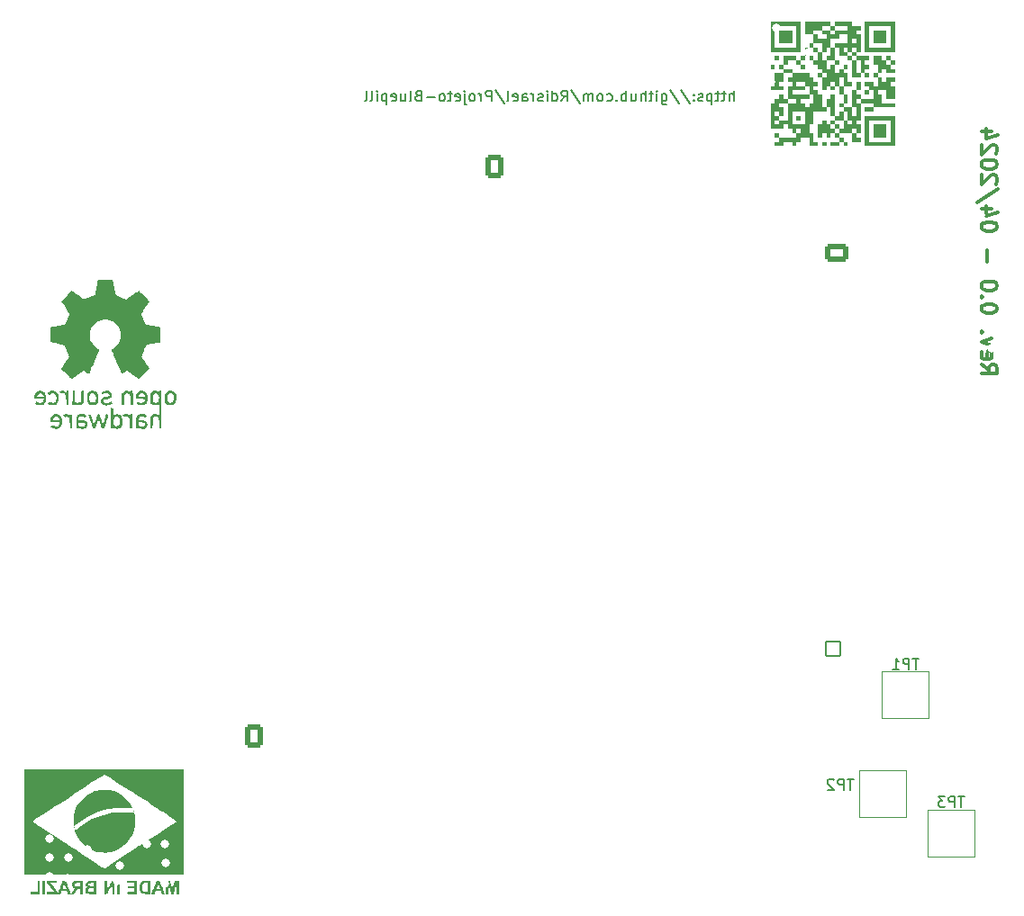
<source format=gbo>
G04 #@! TF.GenerationSoftware,KiCad,Pcbnew,8.0.1*
G04 #@! TF.CreationDate,2024-04-14T14:54:01-03:00*
G04 #@! TF.ProjectId,Shield STM32 Bluepill,53686965-6c64-4205-9354-4d333220426c,0.0*
G04 #@! TF.SameCoordinates,Original*
G04 #@! TF.FileFunction,Legend,Bot*
G04 #@! TF.FilePolarity,Positive*
%FSLAX46Y46*%
G04 Gerber Fmt 4.6, Leading zero omitted, Abs format (unit mm)*
G04 Created by KiCad (PCBNEW 8.0.1) date 2024-04-14 14:54:01*
%MOMM*%
%LPD*%
G01*
G04 APERTURE LIST*
G04 Aperture macros list*
%AMRoundRect*
0 Rectangle with rounded corners*
0 $1 Rounding radius*
0 $2 $3 $4 $5 $6 $7 $8 $9 X,Y pos of 4 corners*
0 Add a 4 corners polygon primitive as box body*
4,1,4,$2,$3,$4,$5,$6,$7,$8,$9,$2,$3,0*
0 Add four circle primitives for the rounded corners*
1,1,$1+$1,$2,$3*
1,1,$1+$1,$4,$5*
1,1,$1+$1,$6,$7*
1,1,$1+$1,$8,$9*
0 Add four rect primitives between the rounded corners*
20,1,$1+$1,$2,$3,$4,$5,0*
20,1,$1+$1,$4,$5,$6,$7,0*
20,1,$1+$1,$6,$7,$8,$9,0*
20,1,$1+$1,$8,$9,$2,$3,0*%
G04 Aperture macros list end*
%ADD10C,0.150000*%
%ADD11C,0.375000*%
%ADD12C,0.000000*%
%ADD13C,0.120000*%
%ADD14C,2.600000*%
%ADD15R,2.600000X2.600000*%
%ADD16RoundRect,0.250000X0.620000X0.845000X-0.620000X0.845000X-0.620000X-0.845000X0.620000X-0.845000X0*%
%ADD17O,1.740000X2.190000*%
%ADD18C,0.700000*%
%ADD19C,4.400000*%
%ADD20R,1.500000X1.500000*%
%ADD21C,1.500000*%
%ADD22R,1.700000X1.700000*%
%ADD23O,1.700000X1.700000*%
%ADD24C,2.000000*%
%ADD25R,2.000000X2.000000*%
%ADD26R,1.905000X2.000000*%
%ADD27O,1.905000X2.000000*%
%ADD28RoundRect,0.102000X-0.654000X-0.654000X0.654000X-0.654000X0.654000X0.654000X-0.654000X0.654000X0*%
%ADD29C,1.512000*%
%ADD30R,2.600000X1.800000*%
%ADD31O,2.600000X1.800000*%
%ADD32RoundRect,0.250000X0.845000X-0.620000X0.845000X0.620000X-0.845000X0.620000X-0.845000X-0.620000X0*%
%ADD33O,2.190000X1.740000*%
%ADD34C,1.700000*%
%ADD35C,1.800000*%
%ADD36C,1.260000*%
%ADD37R,4.000000X4.000000*%
%ADD38C,0.800000*%
G04 APERTURE END LIST*
D10*
X188373220Y-37519819D02*
X188373220Y-36519819D01*
X187944649Y-37519819D02*
X187944649Y-36996009D01*
X187944649Y-36996009D02*
X187992268Y-36900771D01*
X187992268Y-36900771D02*
X188087506Y-36853152D01*
X188087506Y-36853152D02*
X188230363Y-36853152D01*
X188230363Y-36853152D02*
X188325601Y-36900771D01*
X188325601Y-36900771D02*
X188373220Y-36948390D01*
X187611315Y-36853152D02*
X187230363Y-36853152D01*
X187468458Y-36519819D02*
X187468458Y-37376961D01*
X187468458Y-37376961D02*
X187420839Y-37472200D01*
X187420839Y-37472200D02*
X187325601Y-37519819D01*
X187325601Y-37519819D02*
X187230363Y-37519819D01*
X187039886Y-36853152D02*
X186658934Y-36853152D01*
X186897029Y-36519819D02*
X186897029Y-37376961D01*
X186897029Y-37376961D02*
X186849410Y-37472200D01*
X186849410Y-37472200D02*
X186754172Y-37519819D01*
X186754172Y-37519819D02*
X186658934Y-37519819D01*
X186325600Y-36853152D02*
X186325600Y-37853152D01*
X186325600Y-36900771D02*
X186230362Y-36853152D01*
X186230362Y-36853152D02*
X186039886Y-36853152D01*
X186039886Y-36853152D02*
X185944648Y-36900771D01*
X185944648Y-36900771D02*
X185897029Y-36948390D01*
X185897029Y-36948390D02*
X185849410Y-37043628D01*
X185849410Y-37043628D02*
X185849410Y-37329342D01*
X185849410Y-37329342D02*
X185897029Y-37424580D01*
X185897029Y-37424580D02*
X185944648Y-37472200D01*
X185944648Y-37472200D02*
X186039886Y-37519819D01*
X186039886Y-37519819D02*
X186230362Y-37519819D01*
X186230362Y-37519819D02*
X186325600Y-37472200D01*
X185468457Y-37472200D02*
X185373219Y-37519819D01*
X185373219Y-37519819D02*
X185182743Y-37519819D01*
X185182743Y-37519819D02*
X185087505Y-37472200D01*
X185087505Y-37472200D02*
X185039886Y-37376961D01*
X185039886Y-37376961D02*
X185039886Y-37329342D01*
X185039886Y-37329342D02*
X185087505Y-37234104D01*
X185087505Y-37234104D02*
X185182743Y-37186485D01*
X185182743Y-37186485D02*
X185325600Y-37186485D01*
X185325600Y-37186485D02*
X185420838Y-37138866D01*
X185420838Y-37138866D02*
X185468457Y-37043628D01*
X185468457Y-37043628D02*
X185468457Y-36996009D01*
X185468457Y-36996009D02*
X185420838Y-36900771D01*
X185420838Y-36900771D02*
X185325600Y-36853152D01*
X185325600Y-36853152D02*
X185182743Y-36853152D01*
X185182743Y-36853152D02*
X185087505Y-36900771D01*
X184611314Y-37424580D02*
X184563695Y-37472200D01*
X184563695Y-37472200D02*
X184611314Y-37519819D01*
X184611314Y-37519819D02*
X184658933Y-37472200D01*
X184658933Y-37472200D02*
X184611314Y-37424580D01*
X184611314Y-37424580D02*
X184611314Y-37519819D01*
X184611314Y-36900771D02*
X184563695Y-36948390D01*
X184563695Y-36948390D02*
X184611314Y-36996009D01*
X184611314Y-36996009D02*
X184658933Y-36948390D01*
X184658933Y-36948390D02*
X184611314Y-36900771D01*
X184611314Y-36900771D02*
X184611314Y-36996009D01*
X183420839Y-36472200D02*
X184277981Y-37757914D01*
X182373220Y-36472200D02*
X183230362Y-37757914D01*
X181611315Y-36853152D02*
X181611315Y-37662676D01*
X181611315Y-37662676D02*
X181658934Y-37757914D01*
X181658934Y-37757914D02*
X181706553Y-37805533D01*
X181706553Y-37805533D02*
X181801791Y-37853152D01*
X181801791Y-37853152D02*
X181944648Y-37853152D01*
X181944648Y-37853152D02*
X182039886Y-37805533D01*
X181611315Y-37472200D02*
X181706553Y-37519819D01*
X181706553Y-37519819D02*
X181897029Y-37519819D01*
X181897029Y-37519819D02*
X181992267Y-37472200D01*
X181992267Y-37472200D02*
X182039886Y-37424580D01*
X182039886Y-37424580D02*
X182087505Y-37329342D01*
X182087505Y-37329342D02*
X182087505Y-37043628D01*
X182087505Y-37043628D02*
X182039886Y-36948390D01*
X182039886Y-36948390D02*
X181992267Y-36900771D01*
X181992267Y-36900771D02*
X181897029Y-36853152D01*
X181897029Y-36853152D02*
X181706553Y-36853152D01*
X181706553Y-36853152D02*
X181611315Y-36900771D01*
X181135124Y-37519819D02*
X181135124Y-36853152D01*
X181135124Y-36519819D02*
X181182743Y-36567438D01*
X181182743Y-36567438D02*
X181135124Y-36615057D01*
X181135124Y-36615057D02*
X181087505Y-36567438D01*
X181087505Y-36567438D02*
X181135124Y-36519819D01*
X181135124Y-36519819D02*
X181135124Y-36615057D01*
X180801791Y-36853152D02*
X180420839Y-36853152D01*
X180658934Y-36519819D02*
X180658934Y-37376961D01*
X180658934Y-37376961D02*
X180611315Y-37472200D01*
X180611315Y-37472200D02*
X180516077Y-37519819D01*
X180516077Y-37519819D02*
X180420839Y-37519819D01*
X180087505Y-37519819D02*
X180087505Y-36519819D01*
X179658934Y-37519819D02*
X179658934Y-36996009D01*
X179658934Y-36996009D02*
X179706553Y-36900771D01*
X179706553Y-36900771D02*
X179801791Y-36853152D01*
X179801791Y-36853152D02*
X179944648Y-36853152D01*
X179944648Y-36853152D02*
X180039886Y-36900771D01*
X180039886Y-36900771D02*
X180087505Y-36948390D01*
X178754172Y-36853152D02*
X178754172Y-37519819D01*
X179182743Y-36853152D02*
X179182743Y-37376961D01*
X179182743Y-37376961D02*
X179135124Y-37472200D01*
X179135124Y-37472200D02*
X179039886Y-37519819D01*
X179039886Y-37519819D02*
X178897029Y-37519819D01*
X178897029Y-37519819D02*
X178801791Y-37472200D01*
X178801791Y-37472200D02*
X178754172Y-37424580D01*
X178277981Y-37519819D02*
X178277981Y-36519819D01*
X178277981Y-36900771D02*
X178182743Y-36853152D01*
X178182743Y-36853152D02*
X177992267Y-36853152D01*
X177992267Y-36853152D02*
X177897029Y-36900771D01*
X177897029Y-36900771D02*
X177849410Y-36948390D01*
X177849410Y-36948390D02*
X177801791Y-37043628D01*
X177801791Y-37043628D02*
X177801791Y-37329342D01*
X177801791Y-37329342D02*
X177849410Y-37424580D01*
X177849410Y-37424580D02*
X177897029Y-37472200D01*
X177897029Y-37472200D02*
X177992267Y-37519819D01*
X177992267Y-37519819D02*
X178182743Y-37519819D01*
X178182743Y-37519819D02*
X178277981Y-37472200D01*
X177373219Y-37424580D02*
X177325600Y-37472200D01*
X177325600Y-37472200D02*
X177373219Y-37519819D01*
X177373219Y-37519819D02*
X177420838Y-37472200D01*
X177420838Y-37472200D02*
X177373219Y-37424580D01*
X177373219Y-37424580D02*
X177373219Y-37519819D01*
X176468458Y-37472200D02*
X176563696Y-37519819D01*
X176563696Y-37519819D02*
X176754172Y-37519819D01*
X176754172Y-37519819D02*
X176849410Y-37472200D01*
X176849410Y-37472200D02*
X176897029Y-37424580D01*
X176897029Y-37424580D02*
X176944648Y-37329342D01*
X176944648Y-37329342D02*
X176944648Y-37043628D01*
X176944648Y-37043628D02*
X176897029Y-36948390D01*
X176897029Y-36948390D02*
X176849410Y-36900771D01*
X176849410Y-36900771D02*
X176754172Y-36853152D01*
X176754172Y-36853152D02*
X176563696Y-36853152D01*
X176563696Y-36853152D02*
X176468458Y-36900771D01*
X175897029Y-37519819D02*
X175992267Y-37472200D01*
X175992267Y-37472200D02*
X176039886Y-37424580D01*
X176039886Y-37424580D02*
X176087505Y-37329342D01*
X176087505Y-37329342D02*
X176087505Y-37043628D01*
X176087505Y-37043628D02*
X176039886Y-36948390D01*
X176039886Y-36948390D02*
X175992267Y-36900771D01*
X175992267Y-36900771D02*
X175897029Y-36853152D01*
X175897029Y-36853152D02*
X175754172Y-36853152D01*
X175754172Y-36853152D02*
X175658934Y-36900771D01*
X175658934Y-36900771D02*
X175611315Y-36948390D01*
X175611315Y-36948390D02*
X175563696Y-37043628D01*
X175563696Y-37043628D02*
X175563696Y-37329342D01*
X175563696Y-37329342D02*
X175611315Y-37424580D01*
X175611315Y-37424580D02*
X175658934Y-37472200D01*
X175658934Y-37472200D02*
X175754172Y-37519819D01*
X175754172Y-37519819D02*
X175897029Y-37519819D01*
X175135124Y-37519819D02*
X175135124Y-36853152D01*
X175135124Y-36948390D02*
X175087505Y-36900771D01*
X175087505Y-36900771D02*
X174992267Y-36853152D01*
X174992267Y-36853152D02*
X174849410Y-36853152D01*
X174849410Y-36853152D02*
X174754172Y-36900771D01*
X174754172Y-36900771D02*
X174706553Y-36996009D01*
X174706553Y-36996009D02*
X174706553Y-37519819D01*
X174706553Y-36996009D02*
X174658934Y-36900771D01*
X174658934Y-36900771D02*
X174563696Y-36853152D01*
X174563696Y-36853152D02*
X174420839Y-36853152D01*
X174420839Y-36853152D02*
X174325600Y-36900771D01*
X174325600Y-36900771D02*
X174277981Y-36996009D01*
X174277981Y-36996009D02*
X174277981Y-37519819D01*
X173087506Y-36472200D02*
X173944648Y-37757914D01*
X172182744Y-37519819D02*
X172516077Y-37043628D01*
X172754172Y-37519819D02*
X172754172Y-36519819D01*
X172754172Y-36519819D02*
X172373220Y-36519819D01*
X172373220Y-36519819D02*
X172277982Y-36567438D01*
X172277982Y-36567438D02*
X172230363Y-36615057D01*
X172230363Y-36615057D02*
X172182744Y-36710295D01*
X172182744Y-36710295D02*
X172182744Y-36853152D01*
X172182744Y-36853152D02*
X172230363Y-36948390D01*
X172230363Y-36948390D02*
X172277982Y-36996009D01*
X172277982Y-36996009D02*
X172373220Y-37043628D01*
X172373220Y-37043628D02*
X172754172Y-37043628D01*
X171325601Y-37519819D02*
X171325601Y-36519819D01*
X171325601Y-37472200D02*
X171420839Y-37519819D01*
X171420839Y-37519819D02*
X171611315Y-37519819D01*
X171611315Y-37519819D02*
X171706553Y-37472200D01*
X171706553Y-37472200D02*
X171754172Y-37424580D01*
X171754172Y-37424580D02*
X171801791Y-37329342D01*
X171801791Y-37329342D02*
X171801791Y-37043628D01*
X171801791Y-37043628D02*
X171754172Y-36948390D01*
X171754172Y-36948390D02*
X171706553Y-36900771D01*
X171706553Y-36900771D02*
X171611315Y-36853152D01*
X171611315Y-36853152D02*
X171420839Y-36853152D01*
X171420839Y-36853152D02*
X171325601Y-36900771D01*
X170849410Y-37519819D02*
X170849410Y-36853152D01*
X170849410Y-36519819D02*
X170897029Y-36567438D01*
X170897029Y-36567438D02*
X170849410Y-36615057D01*
X170849410Y-36615057D02*
X170801791Y-36567438D01*
X170801791Y-36567438D02*
X170849410Y-36519819D01*
X170849410Y-36519819D02*
X170849410Y-36615057D01*
X170420839Y-37472200D02*
X170325601Y-37519819D01*
X170325601Y-37519819D02*
X170135125Y-37519819D01*
X170135125Y-37519819D02*
X170039887Y-37472200D01*
X170039887Y-37472200D02*
X169992268Y-37376961D01*
X169992268Y-37376961D02*
X169992268Y-37329342D01*
X169992268Y-37329342D02*
X170039887Y-37234104D01*
X170039887Y-37234104D02*
X170135125Y-37186485D01*
X170135125Y-37186485D02*
X170277982Y-37186485D01*
X170277982Y-37186485D02*
X170373220Y-37138866D01*
X170373220Y-37138866D02*
X170420839Y-37043628D01*
X170420839Y-37043628D02*
X170420839Y-36996009D01*
X170420839Y-36996009D02*
X170373220Y-36900771D01*
X170373220Y-36900771D02*
X170277982Y-36853152D01*
X170277982Y-36853152D02*
X170135125Y-36853152D01*
X170135125Y-36853152D02*
X170039887Y-36900771D01*
X169563696Y-37519819D02*
X169563696Y-36853152D01*
X169563696Y-37043628D02*
X169516077Y-36948390D01*
X169516077Y-36948390D02*
X169468458Y-36900771D01*
X169468458Y-36900771D02*
X169373220Y-36853152D01*
X169373220Y-36853152D02*
X169277982Y-36853152D01*
X168516077Y-37519819D02*
X168516077Y-36996009D01*
X168516077Y-36996009D02*
X168563696Y-36900771D01*
X168563696Y-36900771D02*
X168658934Y-36853152D01*
X168658934Y-36853152D02*
X168849410Y-36853152D01*
X168849410Y-36853152D02*
X168944648Y-36900771D01*
X168516077Y-37472200D02*
X168611315Y-37519819D01*
X168611315Y-37519819D02*
X168849410Y-37519819D01*
X168849410Y-37519819D02*
X168944648Y-37472200D01*
X168944648Y-37472200D02*
X168992267Y-37376961D01*
X168992267Y-37376961D02*
X168992267Y-37281723D01*
X168992267Y-37281723D02*
X168944648Y-37186485D01*
X168944648Y-37186485D02*
X168849410Y-37138866D01*
X168849410Y-37138866D02*
X168611315Y-37138866D01*
X168611315Y-37138866D02*
X168516077Y-37091247D01*
X167658934Y-37472200D02*
X167754172Y-37519819D01*
X167754172Y-37519819D02*
X167944648Y-37519819D01*
X167944648Y-37519819D02*
X168039886Y-37472200D01*
X168039886Y-37472200D02*
X168087505Y-37376961D01*
X168087505Y-37376961D02*
X168087505Y-36996009D01*
X168087505Y-36996009D02*
X168039886Y-36900771D01*
X168039886Y-36900771D02*
X167944648Y-36853152D01*
X167944648Y-36853152D02*
X167754172Y-36853152D01*
X167754172Y-36853152D02*
X167658934Y-36900771D01*
X167658934Y-36900771D02*
X167611315Y-36996009D01*
X167611315Y-36996009D02*
X167611315Y-37091247D01*
X167611315Y-37091247D02*
X168087505Y-37186485D01*
X167039886Y-37519819D02*
X167135124Y-37472200D01*
X167135124Y-37472200D02*
X167182743Y-37376961D01*
X167182743Y-37376961D02*
X167182743Y-36519819D01*
X165944648Y-36472200D02*
X166801790Y-37757914D01*
X165611314Y-37519819D02*
X165611314Y-36519819D01*
X165611314Y-36519819D02*
X165230362Y-36519819D01*
X165230362Y-36519819D02*
X165135124Y-36567438D01*
X165135124Y-36567438D02*
X165087505Y-36615057D01*
X165087505Y-36615057D02*
X165039886Y-36710295D01*
X165039886Y-36710295D02*
X165039886Y-36853152D01*
X165039886Y-36853152D02*
X165087505Y-36948390D01*
X165087505Y-36948390D02*
X165135124Y-36996009D01*
X165135124Y-36996009D02*
X165230362Y-37043628D01*
X165230362Y-37043628D02*
X165611314Y-37043628D01*
X164611314Y-37519819D02*
X164611314Y-36853152D01*
X164611314Y-37043628D02*
X164563695Y-36948390D01*
X164563695Y-36948390D02*
X164516076Y-36900771D01*
X164516076Y-36900771D02*
X164420838Y-36853152D01*
X164420838Y-36853152D02*
X164325600Y-36853152D01*
X163849409Y-37519819D02*
X163944647Y-37472200D01*
X163944647Y-37472200D02*
X163992266Y-37424580D01*
X163992266Y-37424580D02*
X164039885Y-37329342D01*
X164039885Y-37329342D02*
X164039885Y-37043628D01*
X164039885Y-37043628D02*
X163992266Y-36948390D01*
X163992266Y-36948390D02*
X163944647Y-36900771D01*
X163944647Y-36900771D02*
X163849409Y-36853152D01*
X163849409Y-36853152D02*
X163706552Y-36853152D01*
X163706552Y-36853152D02*
X163611314Y-36900771D01*
X163611314Y-36900771D02*
X163563695Y-36948390D01*
X163563695Y-36948390D02*
X163516076Y-37043628D01*
X163516076Y-37043628D02*
X163516076Y-37329342D01*
X163516076Y-37329342D02*
X163563695Y-37424580D01*
X163563695Y-37424580D02*
X163611314Y-37472200D01*
X163611314Y-37472200D02*
X163706552Y-37519819D01*
X163706552Y-37519819D02*
X163849409Y-37519819D01*
X163087504Y-36853152D02*
X163087504Y-37710295D01*
X163087504Y-37710295D02*
X163135123Y-37805533D01*
X163135123Y-37805533D02*
X163230361Y-37853152D01*
X163230361Y-37853152D02*
X163277980Y-37853152D01*
X163087504Y-36519819D02*
X163135123Y-36567438D01*
X163135123Y-36567438D02*
X163087504Y-36615057D01*
X163087504Y-36615057D02*
X163039885Y-36567438D01*
X163039885Y-36567438D02*
X163087504Y-36519819D01*
X163087504Y-36519819D02*
X163087504Y-36615057D01*
X162230362Y-37472200D02*
X162325600Y-37519819D01*
X162325600Y-37519819D02*
X162516076Y-37519819D01*
X162516076Y-37519819D02*
X162611314Y-37472200D01*
X162611314Y-37472200D02*
X162658933Y-37376961D01*
X162658933Y-37376961D02*
X162658933Y-36996009D01*
X162658933Y-36996009D02*
X162611314Y-36900771D01*
X162611314Y-36900771D02*
X162516076Y-36853152D01*
X162516076Y-36853152D02*
X162325600Y-36853152D01*
X162325600Y-36853152D02*
X162230362Y-36900771D01*
X162230362Y-36900771D02*
X162182743Y-36996009D01*
X162182743Y-36996009D02*
X162182743Y-37091247D01*
X162182743Y-37091247D02*
X162658933Y-37186485D01*
X161897028Y-36853152D02*
X161516076Y-36853152D01*
X161754171Y-36519819D02*
X161754171Y-37376961D01*
X161754171Y-37376961D02*
X161706552Y-37472200D01*
X161706552Y-37472200D02*
X161611314Y-37519819D01*
X161611314Y-37519819D02*
X161516076Y-37519819D01*
X161039885Y-37519819D02*
X161135123Y-37472200D01*
X161135123Y-37472200D02*
X161182742Y-37424580D01*
X161182742Y-37424580D02*
X161230361Y-37329342D01*
X161230361Y-37329342D02*
X161230361Y-37043628D01*
X161230361Y-37043628D02*
X161182742Y-36948390D01*
X161182742Y-36948390D02*
X161135123Y-36900771D01*
X161135123Y-36900771D02*
X161039885Y-36853152D01*
X161039885Y-36853152D02*
X160897028Y-36853152D01*
X160897028Y-36853152D02*
X160801790Y-36900771D01*
X160801790Y-36900771D02*
X160754171Y-36948390D01*
X160754171Y-36948390D02*
X160706552Y-37043628D01*
X160706552Y-37043628D02*
X160706552Y-37329342D01*
X160706552Y-37329342D02*
X160754171Y-37424580D01*
X160754171Y-37424580D02*
X160801790Y-37472200D01*
X160801790Y-37472200D02*
X160897028Y-37519819D01*
X160897028Y-37519819D02*
X161039885Y-37519819D01*
X160277980Y-37138866D02*
X159516076Y-37138866D01*
X158706552Y-36996009D02*
X158563695Y-37043628D01*
X158563695Y-37043628D02*
X158516076Y-37091247D01*
X158516076Y-37091247D02*
X158468457Y-37186485D01*
X158468457Y-37186485D02*
X158468457Y-37329342D01*
X158468457Y-37329342D02*
X158516076Y-37424580D01*
X158516076Y-37424580D02*
X158563695Y-37472200D01*
X158563695Y-37472200D02*
X158658933Y-37519819D01*
X158658933Y-37519819D02*
X159039885Y-37519819D01*
X159039885Y-37519819D02*
X159039885Y-36519819D01*
X159039885Y-36519819D02*
X158706552Y-36519819D01*
X158706552Y-36519819D02*
X158611314Y-36567438D01*
X158611314Y-36567438D02*
X158563695Y-36615057D01*
X158563695Y-36615057D02*
X158516076Y-36710295D01*
X158516076Y-36710295D02*
X158516076Y-36805533D01*
X158516076Y-36805533D02*
X158563695Y-36900771D01*
X158563695Y-36900771D02*
X158611314Y-36948390D01*
X158611314Y-36948390D02*
X158706552Y-36996009D01*
X158706552Y-36996009D02*
X159039885Y-36996009D01*
X157897028Y-37519819D02*
X157992266Y-37472200D01*
X157992266Y-37472200D02*
X158039885Y-37376961D01*
X158039885Y-37376961D02*
X158039885Y-36519819D01*
X157087504Y-36853152D02*
X157087504Y-37519819D01*
X157516075Y-36853152D02*
X157516075Y-37376961D01*
X157516075Y-37376961D02*
X157468456Y-37472200D01*
X157468456Y-37472200D02*
X157373218Y-37519819D01*
X157373218Y-37519819D02*
X157230361Y-37519819D01*
X157230361Y-37519819D02*
X157135123Y-37472200D01*
X157135123Y-37472200D02*
X157087504Y-37424580D01*
X156230361Y-37472200D02*
X156325599Y-37519819D01*
X156325599Y-37519819D02*
X156516075Y-37519819D01*
X156516075Y-37519819D02*
X156611313Y-37472200D01*
X156611313Y-37472200D02*
X156658932Y-37376961D01*
X156658932Y-37376961D02*
X156658932Y-36996009D01*
X156658932Y-36996009D02*
X156611313Y-36900771D01*
X156611313Y-36900771D02*
X156516075Y-36853152D01*
X156516075Y-36853152D02*
X156325599Y-36853152D01*
X156325599Y-36853152D02*
X156230361Y-36900771D01*
X156230361Y-36900771D02*
X156182742Y-36996009D01*
X156182742Y-36996009D02*
X156182742Y-37091247D01*
X156182742Y-37091247D02*
X156658932Y-37186485D01*
X155754170Y-36853152D02*
X155754170Y-37853152D01*
X155754170Y-36900771D02*
X155658932Y-36853152D01*
X155658932Y-36853152D02*
X155468456Y-36853152D01*
X155468456Y-36853152D02*
X155373218Y-36900771D01*
X155373218Y-36900771D02*
X155325599Y-36948390D01*
X155325599Y-36948390D02*
X155277980Y-37043628D01*
X155277980Y-37043628D02*
X155277980Y-37329342D01*
X155277980Y-37329342D02*
X155325599Y-37424580D01*
X155325599Y-37424580D02*
X155373218Y-37472200D01*
X155373218Y-37472200D02*
X155468456Y-37519819D01*
X155468456Y-37519819D02*
X155658932Y-37519819D01*
X155658932Y-37519819D02*
X155754170Y-37472200D01*
X154849408Y-37519819D02*
X154849408Y-36853152D01*
X154849408Y-36519819D02*
X154897027Y-36567438D01*
X154897027Y-36567438D02*
X154849408Y-36615057D01*
X154849408Y-36615057D02*
X154801789Y-36567438D01*
X154801789Y-36567438D02*
X154849408Y-36519819D01*
X154849408Y-36519819D02*
X154849408Y-36615057D01*
X154230361Y-37519819D02*
X154325599Y-37472200D01*
X154325599Y-37472200D02*
X154373218Y-37376961D01*
X154373218Y-37376961D02*
X154373218Y-36519819D01*
X153706551Y-37519819D02*
X153801789Y-37472200D01*
X153801789Y-37472200D02*
X153849408Y-37376961D01*
X153849408Y-37376961D02*
X153849408Y-36519819D01*
D11*
X211655571Y-62327141D02*
X212369857Y-62827141D01*
X211655571Y-63184284D02*
X213155571Y-63184284D01*
X213155571Y-63184284D02*
X213155571Y-62612855D01*
X213155571Y-62612855D02*
X213084142Y-62469998D01*
X213084142Y-62469998D02*
X213012714Y-62398569D01*
X213012714Y-62398569D02*
X212869857Y-62327141D01*
X212869857Y-62327141D02*
X212655571Y-62327141D01*
X212655571Y-62327141D02*
X212512714Y-62398569D01*
X212512714Y-62398569D02*
X212441285Y-62469998D01*
X212441285Y-62469998D02*
X212369857Y-62612855D01*
X212369857Y-62612855D02*
X212369857Y-63184284D01*
X211727000Y-61112855D02*
X211655571Y-61255712D01*
X211655571Y-61255712D02*
X211655571Y-61541427D01*
X211655571Y-61541427D02*
X211727000Y-61684284D01*
X211727000Y-61684284D02*
X211869857Y-61755712D01*
X211869857Y-61755712D02*
X212441285Y-61755712D01*
X212441285Y-61755712D02*
X212584142Y-61684284D01*
X212584142Y-61684284D02*
X212655571Y-61541427D01*
X212655571Y-61541427D02*
X212655571Y-61255712D01*
X212655571Y-61255712D02*
X212584142Y-61112855D01*
X212584142Y-61112855D02*
X212441285Y-61041427D01*
X212441285Y-61041427D02*
X212298428Y-61041427D01*
X212298428Y-61041427D02*
X212155571Y-61755712D01*
X212655571Y-60541427D02*
X211655571Y-60184284D01*
X211655571Y-60184284D02*
X212655571Y-59827141D01*
X211798428Y-59255713D02*
X211727000Y-59184284D01*
X211727000Y-59184284D02*
X211655571Y-59255713D01*
X211655571Y-59255713D02*
X211727000Y-59327141D01*
X211727000Y-59327141D02*
X211798428Y-59255713D01*
X211798428Y-59255713D02*
X211655571Y-59255713D01*
X213155571Y-57112855D02*
X213155571Y-56969998D01*
X213155571Y-56969998D02*
X213084142Y-56827141D01*
X213084142Y-56827141D02*
X213012714Y-56755713D01*
X213012714Y-56755713D02*
X212869857Y-56684284D01*
X212869857Y-56684284D02*
X212584142Y-56612855D01*
X212584142Y-56612855D02*
X212227000Y-56612855D01*
X212227000Y-56612855D02*
X211941285Y-56684284D01*
X211941285Y-56684284D02*
X211798428Y-56755713D01*
X211798428Y-56755713D02*
X211727000Y-56827141D01*
X211727000Y-56827141D02*
X211655571Y-56969998D01*
X211655571Y-56969998D02*
X211655571Y-57112855D01*
X211655571Y-57112855D02*
X211727000Y-57255713D01*
X211727000Y-57255713D02*
X211798428Y-57327141D01*
X211798428Y-57327141D02*
X211941285Y-57398570D01*
X211941285Y-57398570D02*
X212227000Y-57469998D01*
X212227000Y-57469998D02*
X212584142Y-57469998D01*
X212584142Y-57469998D02*
X212869857Y-57398570D01*
X212869857Y-57398570D02*
X213012714Y-57327141D01*
X213012714Y-57327141D02*
X213084142Y-57255713D01*
X213084142Y-57255713D02*
X213155571Y-57112855D01*
X211798428Y-55969999D02*
X211727000Y-55898570D01*
X211727000Y-55898570D02*
X211655571Y-55969999D01*
X211655571Y-55969999D02*
X211727000Y-56041427D01*
X211727000Y-56041427D02*
X211798428Y-55969999D01*
X211798428Y-55969999D02*
X211655571Y-55969999D01*
X213155571Y-54969998D02*
X213155571Y-54827141D01*
X213155571Y-54827141D02*
X213084142Y-54684284D01*
X213084142Y-54684284D02*
X213012714Y-54612856D01*
X213012714Y-54612856D02*
X212869857Y-54541427D01*
X212869857Y-54541427D02*
X212584142Y-54469998D01*
X212584142Y-54469998D02*
X212227000Y-54469998D01*
X212227000Y-54469998D02*
X211941285Y-54541427D01*
X211941285Y-54541427D02*
X211798428Y-54612856D01*
X211798428Y-54612856D02*
X211727000Y-54684284D01*
X211727000Y-54684284D02*
X211655571Y-54827141D01*
X211655571Y-54827141D02*
X211655571Y-54969998D01*
X211655571Y-54969998D02*
X211727000Y-55112856D01*
X211727000Y-55112856D02*
X211798428Y-55184284D01*
X211798428Y-55184284D02*
X211941285Y-55255713D01*
X211941285Y-55255713D02*
X212227000Y-55327141D01*
X212227000Y-55327141D02*
X212584142Y-55327141D01*
X212584142Y-55327141D02*
X212869857Y-55255713D01*
X212869857Y-55255713D02*
X213012714Y-55184284D01*
X213012714Y-55184284D02*
X213084142Y-55112856D01*
X213084142Y-55112856D02*
X213155571Y-54969998D01*
X212227000Y-52684285D02*
X212227000Y-51541428D01*
X213155571Y-49398570D02*
X213155571Y-49255713D01*
X213155571Y-49255713D02*
X213084142Y-49112856D01*
X213084142Y-49112856D02*
X213012714Y-49041428D01*
X213012714Y-49041428D02*
X212869857Y-48969999D01*
X212869857Y-48969999D02*
X212584142Y-48898570D01*
X212584142Y-48898570D02*
X212227000Y-48898570D01*
X212227000Y-48898570D02*
X211941285Y-48969999D01*
X211941285Y-48969999D02*
X211798428Y-49041428D01*
X211798428Y-49041428D02*
X211727000Y-49112856D01*
X211727000Y-49112856D02*
X211655571Y-49255713D01*
X211655571Y-49255713D02*
X211655571Y-49398570D01*
X211655571Y-49398570D02*
X211727000Y-49541428D01*
X211727000Y-49541428D02*
X211798428Y-49612856D01*
X211798428Y-49612856D02*
X211941285Y-49684285D01*
X211941285Y-49684285D02*
X212227000Y-49755713D01*
X212227000Y-49755713D02*
X212584142Y-49755713D01*
X212584142Y-49755713D02*
X212869857Y-49684285D01*
X212869857Y-49684285D02*
X213012714Y-49612856D01*
X213012714Y-49612856D02*
X213084142Y-49541428D01*
X213084142Y-49541428D02*
X213155571Y-49398570D01*
X212655571Y-47612857D02*
X211655571Y-47612857D01*
X213227000Y-47969999D02*
X212155571Y-48327142D01*
X212155571Y-48327142D02*
X212155571Y-47398571D01*
X213227000Y-45755714D02*
X211298428Y-47041428D01*
X213012714Y-45327142D02*
X213084142Y-45255714D01*
X213084142Y-45255714D02*
X213155571Y-45112857D01*
X213155571Y-45112857D02*
X213155571Y-44755714D01*
X213155571Y-44755714D02*
X213084142Y-44612857D01*
X213084142Y-44612857D02*
X213012714Y-44541428D01*
X213012714Y-44541428D02*
X212869857Y-44469999D01*
X212869857Y-44469999D02*
X212727000Y-44469999D01*
X212727000Y-44469999D02*
X212512714Y-44541428D01*
X212512714Y-44541428D02*
X211655571Y-45398571D01*
X211655571Y-45398571D02*
X211655571Y-44469999D01*
X213155571Y-43541428D02*
X213155571Y-43398571D01*
X213155571Y-43398571D02*
X213084142Y-43255714D01*
X213084142Y-43255714D02*
X213012714Y-43184286D01*
X213012714Y-43184286D02*
X212869857Y-43112857D01*
X212869857Y-43112857D02*
X212584142Y-43041428D01*
X212584142Y-43041428D02*
X212227000Y-43041428D01*
X212227000Y-43041428D02*
X211941285Y-43112857D01*
X211941285Y-43112857D02*
X211798428Y-43184286D01*
X211798428Y-43184286D02*
X211727000Y-43255714D01*
X211727000Y-43255714D02*
X211655571Y-43398571D01*
X211655571Y-43398571D02*
X211655571Y-43541428D01*
X211655571Y-43541428D02*
X211727000Y-43684286D01*
X211727000Y-43684286D02*
X211798428Y-43755714D01*
X211798428Y-43755714D02*
X211941285Y-43827143D01*
X211941285Y-43827143D02*
X212227000Y-43898571D01*
X212227000Y-43898571D02*
X212584142Y-43898571D01*
X212584142Y-43898571D02*
X212869857Y-43827143D01*
X212869857Y-43827143D02*
X213012714Y-43755714D01*
X213012714Y-43755714D02*
X213084142Y-43684286D01*
X213084142Y-43684286D02*
X213155571Y-43541428D01*
X213012714Y-42470000D02*
X213084142Y-42398572D01*
X213084142Y-42398572D02*
X213155571Y-42255715D01*
X213155571Y-42255715D02*
X213155571Y-41898572D01*
X213155571Y-41898572D02*
X213084142Y-41755715D01*
X213084142Y-41755715D02*
X213012714Y-41684286D01*
X213012714Y-41684286D02*
X212869857Y-41612857D01*
X212869857Y-41612857D02*
X212727000Y-41612857D01*
X212727000Y-41612857D02*
X212512714Y-41684286D01*
X212512714Y-41684286D02*
X211655571Y-42541429D01*
X211655571Y-42541429D02*
X211655571Y-41612857D01*
X212655571Y-40327144D02*
X211655571Y-40327144D01*
X213227000Y-40684286D02*
X212155571Y-41041429D01*
X212155571Y-41041429D02*
X212155571Y-40112858D01*
D10*
X205761904Y-89956819D02*
X205190476Y-89956819D01*
X205476190Y-90956819D02*
X205476190Y-89956819D01*
X204857142Y-90956819D02*
X204857142Y-89956819D01*
X204857142Y-89956819D02*
X204476190Y-89956819D01*
X204476190Y-89956819D02*
X204380952Y-90004438D01*
X204380952Y-90004438D02*
X204333333Y-90052057D01*
X204333333Y-90052057D02*
X204285714Y-90147295D01*
X204285714Y-90147295D02*
X204285714Y-90290152D01*
X204285714Y-90290152D02*
X204333333Y-90385390D01*
X204333333Y-90385390D02*
X204380952Y-90433009D01*
X204380952Y-90433009D02*
X204476190Y-90480628D01*
X204476190Y-90480628D02*
X204857142Y-90480628D01*
X203333333Y-90956819D02*
X203904761Y-90956819D01*
X203619047Y-90956819D02*
X203619047Y-89956819D01*
X203619047Y-89956819D02*
X203714285Y-90099676D01*
X203714285Y-90099676D02*
X203809523Y-90194914D01*
X203809523Y-90194914D02*
X203904761Y-90242533D01*
X199635904Y-101308819D02*
X199064476Y-101308819D01*
X199350190Y-102308819D02*
X199350190Y-101308819D01*
X198731142Y-102308819D02*
X198731142Y-101308819D01*
X198731142Y-101308819D02*
X198350190Y-101308819D01*
X198350190Y-101308819D02*
X198254952Y-101356438D01*
X198254952Y-101356438D02*
X198207333Y-101404057D01*
X198207333Y-101404057D02*
X198159714Y-101499295D01*
X198159714Y-101499295D02*
X198159714Y-101642152D01*
X198159714Y-101642152D02*
X198207333Y-101737390D01*
X198207333Y-101737390D02*
X198254952Y-101785009D01*
X198254952Y-101785009D02*
X198350190Y-101832628D01*
X198350190Y-101832628D02*
X198731142Y-101832628D01*
X197778761Y-101404057D02*
X197731142Y-101356438D01*
X197731142Y-101356438D02*
X197635904Y-101308819D01*
X197635904Y-101308819D02*
X197397809Y-101308819D01*
X197397809Y-101308819D02*
X197302571Y-101356438D01*
X197302571Y-101356438D02*
X197254952Y-101404057D01*
X197254952Y-101404057D02*
X197207333Y-101499295D01*
X197207333Y-101499295D02*
X197207333Y-101594533D01*
X197207333Y-101594533D02*
X197254952Y-101737390D01*
X197254952Y-101737390D02*
X197826380Y-102308819D01*
X197826380Y-102308819D02*
X197207333Y-102308819D01*
X210061904Y-102956819D02*
X209490476Y-102956819D01*
X209776190Y-103956819D02*
X209776190Y-102956819D01*
X209157142Y-103956819D02*
X209157142Y-102956819D01*
X209157142Y-102956819D02*
X208776190Y-102956819D01*
X208776190Y-102956819D02*
X208680952Y-103004438D01*
X208680952Y-103004438D02*
X208633333Y-103052057D01*
X208633333Y-103052057D02*
X208585714Y-103147295D01*
X208585714Y-103147295D02*
X208585714Y-103290152D01*
X208585714Y-103290152D02*
X208633333Y-103385390D01*
X208633333Y-103385390D02*
X208680952Y-103433009D01*
X208680952Y-103433009D02*
X208776190Y-103480628D01*
X208776190Y-103480628D02*
X209157142Y-103480628D01*
X208252380Y-102956819D02*
X207633333Y-102956819D01*
X207633333Y-102956819D02*
X207966666Y-103337771D01*
X207966666Y-103337771D02*
X207823809Y-103337771D01*
X207823809Y-103337771D02*
X207728571Y-103385390D01*
X207728571Y-103385390D02*
X207680952Y-103433009D01*
X207680952Y-103433009D02*
X207633333Y-103528247D01*
X207633333Y-103528247D02*
X207633333Y-103766342D01*
X207633333Y-103766342D02*
X207680952Y-103861580D01*
X207680952Y-103861580D02*
X207728571Y-103909200D01*
X207728571Y-103909200D02*
X207823809Y-103956819D01*
X207823809Y-103956819D02*
X208109523Y-103956819D01*
X208109523Y-103956819D02*
X208204761Y-103909200D01*
X208204761Y-103909200D02*
X208252380Y-103861580D01*
D12*
G36*
X192258536Y-34287715D02*
G01*
X192258536Y-34489250D01*
X192057000Y-34489250D01*
X191855464Y-34489250D01*
X191855464Y-34287715D01*
X191855464Y-34086179D01*
X192057000Y-34086179D01*
X192258536Y-34086179D01*
X192258536Y-34287715D01*
G37*
G36*
X192661607Y-33481572D02*
G01*
X192661607Y-33683108D01*
X192460071Y-33683108D01*
X192258536Y-33683108D01*
X192258536Y-33481572D01*
X192258536Y-33280036D01*
X192460071Y-33280036D01*
X192661607Y-33280036D01*
X192661607Y-33481572D01*
G37*
G36*
X193870821Y-31466215D02*
G01*
X193870821Y-32070822D01*
X193266214Y-32070822D01*
X192661607Y-32070822D01*
X192661607Y-31466215D01*
X192661607Y-30861608D01*
X193266214Y-30861608D01*
X193870821Y-30861608D01*
X193870821Y-31466215D01*
G37*
G36*
X194676964Y-39124572D02*
G01*
X194676964Y-39326107D01*
X194475428Y-39326107D01*
X194273893Y-39326107D01*
X194273893Y-39124572D01*
X194273893Y-38923036D01*
X194475428Y-38923036D01*
X194676964Y-38923036D01*
X194676964Y-39124572D01*
G37*
G36*
X195080036Y-34287715D02*
G01*
X195080036Y-34489250D01*
X194878500Y-34489250D01*
X194676964Y-34489250D01*
X194676964Y-34287715D01*
X194676964Y-34086179D01*
X194878500Y-34086179D01*
X195080036Y-34086179D01*
X195080036Y-34287715D01*
G37*
G36*
X195483107Y-32876965D02*
G01*
X195483107Y-33280036D01*
X195281571Y-33280036D01*
X195080036Y-33280036D01*
X195080036Y-32876965D01*
X195080036Y-32473893D01*
X195281571Y-32473893D01*
X195483107Y-32473893D01*
X195483107Y-32876965D01*
G37*
G36*
X195886178Y-32272358D02*
G01*
X195886178Y-32473893D01*
X195684643Y-32473893D01*
X195483107Y-32473893D01*
X195483107Y-32272358D01*
X195483107Y-32070822D01*
X195684643Y-32070822D01*
X195886178Y-32070822D01*
X195886178Y-32272358D01*
G37*
G36*
X195886178Y-33481572D02*
G01*
X195886178Y-33683108D01*
X195684643Y-33683108D01*
X195483107Y-33683108D01*
X195483107Y-33481572D01*
X195483107Y-33280036D01*
X195684643Y-33280036D01*
X195886178Y-33280036D01*
X195886178Y-33481572D01*
G37*
G36*
X196289250Y-32675429D02*
G01*
X196289250Y-32876965D01*
X196087714Y-32876965D01*
X195886178Y-32876965D01*
X195886178Y-32675429D01*
X195886178Y-32473893D01*
X196087714Y-32473893D01*
X196289250Y-32473893D01*
X196289250Y-32675429D01*
G37*
G36*
X196692321Y-35093857D02*
G01*
X196692321Y-35295393D01*
X196490785Y-35295393D01*
X196289250Y-35295393D01*
X196289250Y-35093857D01*
X196289250Y-34892322D01*
X196490785Y-34892322D01*
X196692321Y-34892322D01*
X196692321Y-35093857D01*
G37*
G36*
X197095393Y-41543000D02*
G01*
X197095393Y-41744536D01*
X196893857Y-41744536D01*
X196692321Y-41744536D01*
X196692321Y-41543000D01*
X196692321Y-41341464D01*
X196893857Y-41341464D01*
X197095393Y-41341464D01*
X197095393Y-41543000D01*
G37*
G36*
X197901535Y-36303072D02*
G01*
X197901535Y-36504607D01*
X197700000Y-36504607D01*
X197498464Y-36504607D01*
X197498464Y-36303072D01*
X197498464Y-36101536D01*
X197700000Y-36101536D01*
X197901535Y-36101536D01*
X197901535Y-36303072D01*
G37*
G36*
X198304607Y-41543000D02*
G01*
X198304607Y-41744536D01*
X197901535Y-41744536D01*
X197498464Y-41744536D01*
X197498464Y-41543000D01*
X197498464Y-41341464D01*
X197901535Y-41341464D01*
X198304607Y-41341464D01*
X198304607Y-41543000D01*
G37*
G36*
X198304607Y-39930714D02*
G01*
X198304607Y-40132250D01*
X198103071Y-40132250D01*
X197901535Y-40132250D01*
X197901535Y-39930714D01*
X197901535Y-39729179D01*
X198103071Y-39729179D01*
X198304607Y-39729179D01*
X198304607Y-39930714D01*
G37*
G36*
X199110750Y-34287715D02*
G01*
X199110750Y-34489250D01*
X198909214Y-34489250D01*
X198707678Y-34489250D01*
X198707678Y-34287715D01*
X198707678Y-34086179D01*
X198909214Y-34086179D01*
X199110750Y-34086179D01*
X199110750Y-34287715D01*
G37*
G36*
X200319964Y-36101536D02*
G01*
X200319964Y-36504607D01*
X200118428Y-36504607D01*
X199916892Y-36504607D01*
X199916892Y-36101536D01*
X199916892Y-35698465D01*
X200118428Y-35698465D01*
X200319964Y-35698465D01*
X200319964Y-36101536D01*
G37*
G36*
X201126107Y-36706143D02*
G01*
X201126107Y-36907679D01*
X200924571Y-36907679D01*
X200723035Y-36907679D01*
X200723035Y-36706143D01*
X200723035Y-36504607D01*
X200924571Y-36504607D01*
X201126107Y-36504607D01*
X201126107Y-36706143D01*
G37*
G36*
X201529178Y-38318429D02*
G01*
X201529178Y-38519964D01*
X201126107Y-38519964D01*
X200723035Y-38519964D01*
X200723035Y-38318429D01*
X200723035Y-38116893D01*
X201126107Y-38116893D01*
X201529178Y-38116893D01*
X201529178Y-38318429D01*
G37*
G36*
X202738392Y-31466215D02*
G01*
X202738392Y-32070822D01*
X202133785Y-32070822D01*
X201529178Y-32070822D01*
X201529178Y-31466215D01*
X201529178Y-30861608D01*
X202133785Y-30861608D01*
X202738392Y-30861608D01*
X202738392Y-31466215D01*
G37*
G36*
X202738392Y-40333786D02*
G01*
X202738392Y-40938393D01*
X202133785Y-40938393D01*
X201529178Y-40938393D01*
X201529178Y-40333786D01*
X201529178Y-39729179D01*
X202133785Y-39729179D01*
X202738392Y-39729179D01*
X202738392Y-40333786D01*
G37*
G36*
X198909214Y-36907679D02*
G01*
X199110750Y-36907679D01*
X199110750Y-37310750D01*
X199110750Y-37713822D01*
X198909214Y-37713822D01*
X198707678Y-37713822D01*
X198707678Y-37310750D01*
X198707678Y-36907679D01*
X198909214Y-36907679D01*
G37*
G36*
X198707678Y-36504607D02*
G01*
X198707678Y-36907679D01*
X198506143Y-36907679D01*
X198304607Y-36907679D01*
X198304607Y-36504607D01*
X198304607Y-36101536D01*
X198506143Y-36101536D01*
X198707678Y-36101536D01*
X198707678Y-36504607D01*
G37*
G36*
X194676964Y-31466215D02*
G01*
X194676964Y-32876965D01*
X193266214Y-32876965D01*
X191855464Y-32876965D01*
X191855464Y-32473893D01*
X192258536Y-32473893D01*
X193266214Y-32473893D01*
X194273893Y-32473893D01*
X194273893Y-31466215D01*
X194273893Y-30458536D01*
X193266214Y-30458536D01*
X192258536Y-30458536D01*
X192258536Y-31466215D01*
X192258536Y-32473893D01*
X191855464Y-32473893D01*
X191855464Y-31466215D01*
X191855464Y-30055465D01*
X193266214Y-30055465D01*
X194676964Y-30055465D01*
X194676964Y-30458536D01*
X194676964Y-31466215D01*
G37*
G36*
X203544535Y-31466215D02*
G01*
X203544535Y-32876965D01*
X202133785Y-32876965D01*
X200723035Y-32876965D01*
X200723035Y-32473893D01*
X201126107Y-32473893D01*
X202133785Y-32473893D01*
X203141464Y-32473893D01*
X203141464Y-31466215D01*
X203141464Y-30458536D01*
X202133785Y-30458536D01*
X201126107Y-30458536D01*
X201126107Y-31466215D01*
X201126107Y-32473893D01*
X200723035Y-32473893D01*
X200723035Y-31466215D01*
X200723035Y-30055465D01*
X202133785Y-30055465D01*
X203544535Y-30055465D01*
X203544535Y-30458536D01*
X203544535Y-31466215D01*
G37*
G36*
X203544535Y-40333786D02*
G01*
X203544535Y-41744536D01*
X202133785Y-41744536D01*
X200723035Y-41744536D01*
X200723035Y-41341464D01*
X201126107Y-41341464D01*
X202133785Y-41341464D01*
X203141464Y-41341464D01*
X203141464Y-40333786D01*
X203141464Y-39326107D01*
X202133785Y-39326107D01*
X201126107Y-39326107D01*
X201126107Y-40333786D01*
X201126107Y-41341464D01*
X200723035Y-41341464D01*
X200723035Y-40333786D01*
X200723035Y-38923036D01*
X202133785Y-38923036D01*
X203544535Y-38923036D01*
X203544535Y-39326107D01*
X203544535Y-40333786D01*
G37*
G36*
X193064679Y-35295393D02*
G01*
X193064679Y-35698465D01*
X192863143Y-35698465D01*
X192661607Y-35698465D01*
X192661607Y-35900000D01*
X192661607Y-36101536D01*
X192863143Y-36101536D01*
X193064679Y-36101536D01*
X193064679Y-36303072D01*
X193064679Y-36504607D01*
X192460071Y-36504607D01*
X191855464Y-36504607D01*
X191855464Y-36303072D01*
X191855464Y-36101536D01*
X192057000Y-36101536D01*
X192258536Y-36101536D01*
X192258536Y-35496929D01*
X192258536Y-34892322D01*
X192661607Y-34892322D01*
X193064679Y-34892322D01*
X193064679Y-35295393D01*
G37*
G36*
X194273893Y-33481572D02*
G01*
X194273893Y-33683108D01*
X194475428Y-33683108D01*
X194676964Y-33683108D01*
X194676964Y-33481572D01*
X194676964Y-33280036D01*
X194878500Y-33280036D01*
X195080036Y-33280036D01*
X195080036Y-33481572D01*
X195080036Y-33683108D01*
X194878500Y-33683108D01*
X194676964Y-33683108D01*
X194676964Y-33884643D01*
X194676964Y-34086179D01*
X194475428Y-34086179D01*
X194273893Y-34086179D01*
X194273893Y-33884643D01*
X194273893Y-33683108D01*
X193870821Y-33683108D01*
X193467750Y-33683108D01*
X193467750Y-33884643D01*
X193467750Y-34086179D01*
X193266214Y-34086179D01*
X193064679Y-34086179D01*
X193064679Y-33683108D01*
X193064679Y-33280036D01*
X193669286Y-33280036D01*
X194273893Y-33280036D01*
X194273893Y-33481572D01*
G37*
G36*
X202335321Y-33481572D02*
G01*
X202335321Y-33683108D01*
X202536857Y-33683108D01*
X202738392Y-33683108D01*
X202738392Y-33481572D01*
X202738392Y-33280036D01*
X202939928Y-33280036D01*
X203141464Y-33280036D01*
X203141464Y-33481572D01*
X203141464Y-33683108D01*
X202939928Y-33683108D01*
X202738392Y-33683108D01*
X202738392Y-33884643D01*
X202738392Y-34086179D01*
X202939928Y-34086179D01*
X203141464Y-34086179D01*
X203141464Y-33884643D01*
X203141464Y-33683108D01*
X203342999Y-33683108D01*
X203544535Y-33683108D01*
X203544535Y-33884643D01*
X203544535Y-34086179D01*
X203342999Y-34086179D01*
X203141464Y-34086179D01*
X203141464Y-34287715D01*
X203141464Y-34489250D01*
X203342999Y-34489250D01*
X203544535Y-34489250D01*
X203544535Y-34690786D01*
X203544535Y-34892322D01*
X203141464Y-34892322D01*
X202738392Y-34892322D01*
X202738392Y-34690786D01*
X202738392Y-34489250D01*
X202536857Y-34489250D01*
X202335321Y-34489250D01*
X202335321Y-34690786D01*
X202335321Y-34892322D01*
X202133785Y-34892322D01*
X201932250Y-34892322D01*
X201932250Y-34489250D01*
X201932250Y-34086179D01*
X201730714Y-34086179D01*
X201529178Y-34086179D01*
X201529178Y-33683108D01*
X201529178Y-33280036D01*
X201932250Y-33280036D01*
X202335321Y-33280036D01*
X202335321Y-33481572D01*
G37*
G36*
X196692321Y-33280036D02*
G01*
X196692321Y-33683108D01*
X196893857Y-33683108D01*
X197095393Y-33683108D01*
X197095393Y-34086179D01*
X197095393Y-34489250D01*
X197296928Y-34489250D01*
X197498464Y-34489250D01*
X197498464Y-34287715D01*
X197498464Y-34086179D01*
X197700000Y-34086179D01*
X197901535Y-34086179D01*
X197901535Y-34489250D01*
X197901535Y-34892322D01*
X198103071Y-34892322D01*
X198304607Y-34892322D01*
X198304607Y-34690786D01*
X198304607Y-34489250D01*
X198506143Y-34489250D01*
X198707678Y-34489250D01*
X198707678Y-34690786D01*
X198707678Y-34892322D01*
X198909214Y-34892322D01*
X199110750Y-34892322D01*
X199110750Y-35295393D01*
X199110750Y-35698465D01*
X199312285Y-35698465D01*
X199513821Y-35698465D01*
X199513821Y-35900000D01*
X199513821Y-36101536D01*
X199110750Y-36101536D01*
X198707678Y-36101536D01*
X198707678Y-35698465D01*
X198707678Y-35295393D01*
X198506143Y-35295393D01*
X198304607Y-35295393D01*
X198304607Y-35698465D01*
X198304607Y-36101536D01*
X198103071Y-36101536D01*
X197901535Y-36101536D01*
X197901535Y-35900000D01*
X197901535Y-35698465D01*
X197700000Y-35698465D01*
X197498464Y-35698465D01*
X197498464Y-35900000D01*
X197498464Y-36101536D01*
X197296928Y-36101536D01*
X197095393Y-36101536D01*
X197095393Y-36303072D01*
X197095393Y-36504607D01*
X196893857Y-36504607D01*
X196692321Y-36504607D01*
X196692321Y-35900000D01*
X196692321Y-35295393D01*
X196893857Y-35295393D01*
X197095393Y-35295393D01*
X197095393Y-35093857D01*
X197095393Y-34892322D01*
X196893857Y-34892322D01*
X196692321Y-34892322D01*
X196692321Y-34690786D01*
X196692321Y-34489250D01*
X196490785Y-34489250D01*
X196289250Y-34489250D01*
X196289250Y-34287715D01*
X196289250Y-34086179D01*
X196087714Y-34086179D01*
X195886178Y-34086179D01*
X195886178Y-33884643D01*
X195886178Y-33683108D01*
X196087714Y-33683108D01*
X196289250Y-33683108D01*
X196289250Y-33280036D01*
X196289250Y-32876965D01*
X196490785Y-32876965D01*
X196692321Y-32876965D01*
X196692321Y-33280036D01*
G37*
G36*
X200521500Y-33280036D02*
G01*
X201126107Y-33280036D01*
X201126107Y-33481572D01*
X201126107Y-33683108D01*
X200924571Y-33683108D01*
X200723035Y-33683108D01*
X200723035Y-33884643D01*
X200723035Y-34086179D01*
X200924571Y-34086179D01*
X201126107Y-34086179D01*
X201126107Y-34287715D01*
X201126107Y-34489250D01*
X200924571Y-34489250D01*
X200723035Y-34489250D01*
X200723035Y-34690786D01*
X200723035Y-34892322D01*
X200521500Y-34892322D01*
X200319964Y-34892322D01*
X200319964Y-35093857D01*
X200319964Y-35295393D01*
X199916892Y-35295393D01*
X199513821Y-35295393D01*
X199513821Y-34489250D01*
X199513821Y-33683108D01*
X199715357Y-33683108D01*
X199916892Y-33683108D01*
X199916892Y-34287715D01*
X199916892Y-34892322D01*
X200118428Y-34892322D01*
X200319964Y-34892322D01*
X200319964Y-34287715D01*
X200319964Y-33683108D01*
X200118428Y-33683108D01*
X199916892Y-33683108D01*
X199916892Y-33481572D01*
X199916892Y-33280036D01*
X200521500Y-33280036D01*
G37*
G36*
X200924571Y-34892322D02*
G01*
X201126107Y-34892322D01*
X201126107Y-35093857D01*
X201126107Y-35295393D01*
X200924571Y-35295393D01*
X200723035Y-35295393D01*
X200723035Y-35093857D01*
X200723035Y-34892322D01*
X200924571Y-34892322D01*
G37*
G36*
X198103071Y-33683108D02*
G01*
X198304607Y-33683108D01*
X198304607Y-33884643D01*
X198304607Y-34086179D01*
X198103071Y-34086179D01*
X197901535Y-34086179D01*
X197901535Y-33884643D01*
X197901535Y-33683108D01*
X198103071Y-33683108D01*
G37*
G36*
X199916892Y-33078500D02*
G01*
X199916892Y-33280036D01*
X199715357Y-33280036D01*
X199513821Y-33280036D01*
X199513821Y-33481572D01*
X199513821Y-33683108D01*
X199312285Y-33683108D01*
X199110750Y-33683108D01*
X199110750Y-33481572D01*
X199110750Y-33280036D01*
X199312285Y-33280036D01*
X199513821Y-33280036D01*
X199513821Y-33078500D01*
X199513821Y-32876965D01*
X199715357Y-32876965D01*
X199916892Y-32876965D01*
X199916892Y-33078500D01*
G37*
G36*
X200118428Y-31264679D02*
G01*
X200319964Y-31264679D01*
X200319964Y-31667750D01*
X200319964Y-32070822D01*
X200319964Y-32876965D01*
X200118428Y-32876965D01*
X199916892Y-32876965D01*
X199916892Y-32675429D01*
X199916892Y-32473893D01*
X199715357Y-32473893D01*
X199513821Y-32473893D01*
X199513821Y-32675429D01*
X199513821Y-32876965D01*
X199312285Y-32876965D01*
X199110750Y-32876965D01*
X199110750Y-32675429D01*
X199110750Y-32473893D01*
X198909214Y-32473893D01*
X198707678Y-32473893D01*
X198707678Y-32675429D01*
X198707678Y-32876965D01*
X198909214Y-32876965D01*
X199110750Y-32876965D01*
X199110750Y-33078500D01*
X199110750Y-33280036D01*
X198707678Y-33280036D01*
X198304607Y-33280036D01*
X198304607Y-32876965D01*
X198304607Y-32473893D01*
X198103071Y-32473893D01*
X197901535Y-32473893D01*
X197901535Y-33078500D01*
X197901535Y-33683108D01*
X197498464Y-33683108D01*
X197095393Y-33683108D01*
X197095393Y-33481572D01*
X197095393Y-33280036D01*
X197296928Y-33280036D01*
X197498464Y-33280036D01*
X197498464Y-32876965D01*
X197498464Y-32473893D01*
X197700000Y-32473893D01*
X197901535Y-32473893D01*
X197901535Y-32272358D01*
X197901535Y-32070822D01*
X198506143Y-32070822D01*
X199110750Y-32070822D01*
X199513821Y-32070822D01*
X199715357Y-32070822D01*
X199916892Y-32070822D01*
X199916892Y-31869286D01*
X199916892Y-31667750D01*
X199715357Y-31667750D01*
X199513821Y-31667750D01*
X199513821Y-31869286D01*
X199513821Y-32070822D01*
X199110750Y-32070822D01*
X199110750Y-31667750D01*
X199110750Y-31264679D01*
X198707678Y-31264679D01*
X198304607Y-31264679D01*
X198304607Y-31466215D01*
X198304607Y-31667750D01*
X197901535Y-31667750D01*
X197498464Y-31667750D01*
X197498464Y-32070822D01*
X197498464Y-32473893D01*
X197296928Y-32473893D01*
X197095393Y-32473893D01*
X197095393Y-32675429D01*
X197095393Y-32876965D01*
X196893857Y-32876965D01*
X196692321Y-32876965D01*
X196692321Y-32473893D01*
X196692321Y-32070822D01*
X196289250Y-32070822D01*
X195886178Y-32070822D01*
X195886178Y-31667750D01*
X195886178Y-31264679D01*
X196087714Y-31264679D01*
X196289250Y-31264679D01*
X196289250Y-31466215D01*
X196289250Y-31667750D01*
X196692321Y-31667750D01*
X197095393Y-31667750D01*
X197095393Y-31466215D01*
X197095393Y-31264679D01*
X196893857Y-31264679D01*
X196692321Y-31264679D01*
X196692321Y-31063143D01*
X196692321Y-30861608D01*
X197095393Y-30861608D01*
X197498464Y-30861608D01*
X197498464Y-31063143D01*
X197498464Y-31264679D01*
X197700000Y-31264679D01*
X197901535Y-31264679D01*
X197901535Y-31063143D01*
X197901535Y-30861608D01*
X198506143Y-30861608D01*
X199110750Y-30861608D01*
X199110750Y-30660072D01*
X199110750Y-30458536D01*
X198506143Y-30458536D01*
X197901535Y-30458536D01*
X197901535Y-30660072D01*
X197901535Y-30861608D01*
X197700000Y-30861608D01*
X197498464Y-30861608D01*
X197498464Y-30660072D01*
X197498464Y-30458536D01*
X197095393Y-30458536D01*
X196692321Y-30458536D01*
X196692321Y-30660072D01*
X196692321Y-30861608D01*
X196289250Y-30861608D01*
X195886178Y-30861608D01*
X195886178Y-31063143D01*
X195886178Y-31264679D01*
X195483107Y-31264679D01*
X195080036Y-31264679D01*
X195080036Y-30660072D01*
X195080036Y-30055465D01*
X196289250Y-30055465D01*
X197498464Y-30055465D01*
X197498464Y-30257001D01*
X197498464Y-30458536D01*
X197700000Y-30458536D01*
X197901535Y-30458536D01*
X197901535Y-30257001D01*
X197901535Y-30055465D01*
X198707678Y-30055465D01*
X199513821Y-30055465D01*
X199513821Y-30257001D01*
X199513821Y-30458536D01*
X199916892Y-30458536D01*
X200319964Y-30458536D01*
X200319964Y-30660072D01*
X200319964Y-30861608D01*
X200118428Y-30861608D01*
X199916892Y-30861608D01*
X199916892Y-31063143D01*
X199916892Y-31264679D01*
X200118428Y-31264679D01*
G37*
G36*
X196692321Y-38116893D02*
G01*
X196893857Y-38116893D01*
X197095393Y-38116893D01*
X197095393Y-37713822D01*
X197095393Y-37310750D01*
X197296928Y-37310750D01*
X197498464Y-37310750D01*
X197498464Y-37109215D01*
X197498464Y-36907679D01*
X197700000Y-36907679D01*
X197901535Y-36907679D01*
X197901535Y-37915357D01*
X197901535Y-38923036D01*
X198103071Y-38923036D01*
X198304607Y-38923036D01*
X198304607Y-38721500D01*
X198304607Y-38519964D01*
X198506143Y-38519964D01*
X198707678Y-38519964D01*
X198707678Y-38923036D01*
X198707678Y-39326107D01*
X198304607Y-39326107D01*
X197901535Y-39326107D01*
X197901535Y-39124572D01*
X197901535Y-38923036D01*
X197700000Y-38923036D01*
X197498464Y-38923036D01*
X197498464Y-38519964D01*
X197498464Y-38116893D01*
X197296928Y-38116893D01*
X197095393Y-38116893D01*
X197095393Y-38318429D01*
X197095393Y-38519964D01*
X196490785Y-38519964D01*
X195886178Y-38519964D01*
X195886178Y-39124572D01*
X195886178Y-39729179D01*
X195684643Y-39729179D01*
X195483107Y-39729179D01*
X195483107Y-40132250D01*
X195483107Y-40535321D01*
X195684643Y-40535321D01*
X195886178Y-40535321D01*
X195886178Y-40938393D01*
X195886178Y-41341464D01*
X196087714Y-41341464D01*
X196289250Y-41341464D01*
X196289250Y-41543000D01*
X196289250Y-41744536D01*
X195886178Y-41744536D01*
X195483107Y-41744536D01*
X195483107Y-41341464D01*
X195483107Y-40938393D01*
X195080036Y-40938393D01*
X194676964Y-40938393D01*
X194676964Y-41139929D01*
X194676964Y-41341464D01*
X194475428Y-41341464D01*
X194273893Y-41341464D01*
X194273893Y-41543000D01*
X194273893Y-41744536D01*
X194072357Y-41744536D01*
X193870821Y-41744536D01*
X193870821Y-41543000D01*
X193870821Y-41341464D01*
X193467750Y-41341464D01*
X193064679Y-41341464D01*
X193064679Y-41543000D01*
X193064679Y-41744536D01*
X192661607Y-41744536D01*
X192258536Y-41744536D01*
X192258536Y-41543000D01*
X192258536Y-41341464D01*
X192460071Y-41341464D01*
X192661607Y-41341464D01*
X192661607Y-41139929D01*
X192661607Y-40938393D01*
X192460071Y-40938393D01*
X192258536Y-40938393D01*
X192258536Y-40736857D01*
X192258536Y-40535321D01*
X192460071Y-40535321D01*
X192661607Y-40535321D01*
X192661607Y-40736857D01*
X192661607Y-40938393D01*
X193467750Y-40938393D01*
X194273893Y-40938393D01*
X194273893Y-40736857D01*
X194273893Y-40535321D01*
X194475428Y-40535321D01*
X194676964Y-40535321D01*
X194676964Y-40333786D01*
X194676964Y-40132250D01*
X194475428Y-40132250D01*
X194273893Y-40132250D01*
X194273893Y-40333786D01*
X194273893Y-40535321D01*
X194072357Y-40535321D01*
X193870821Y-40535321D01*
X193870821Y-40333786D01*
X193870821Y-40132250D01*
X193669286Y-40132250D01*
X193467750Y-40132250D01*
X193467750Y-39930714D01*
X193467750Y-39729179D01*
X193870821Y-39729179D01*
X194475428Y-39729179D01*
X195080036Y-39729179D01*
X195080036Y-39124572D01*
X195080036Y-38519964D01*
X194475428Y-38519964D01*
X193870821Y-38519964D01*
X193870821Y-39124572D01*
X193870821Y-39729179D01*
X193467750Y-39729179D01*
X193266214Y-39729179D01*
X193064679Y-39729179D01*
X193064679Y-39930714D01*
X193064679Y-40132250D01*
X192460071Y-40132250D01*
X191855464Y-40132250D01*
X191855464Y-39729179D01*
X192258536Y-39729179D01*
X192460071Y-39729179D01*
X192661607Y-39729179D01*
X192661607Y-39527643D01*
X192661607Y-39326107D01*
X193064679Y-39326107D01*
X193467750Y-39326107D01*
X193467750Y-38519964D01*
X193467750Y-37713822D01*
X193870821Y-37713822D01*
X194273893Y-37713822D01*
X194273893Y-37512286D01*
X194273893Y-37310750D01*
X194676964Y-37310750D01*
X194676964Y-37512286D01*
X194676964Y-37713822D01*
X194878500Y-37713822D01*
X195080036Y-37713822D01*
X195080036Y-37915357D01*
X195080036Y-38116893D01*
X195281571Y-38116893D01*
X195483107Y-38116893D01*
X195483107Y-37915357D01*
X195483107Y-37713822D01*
X195684643Y-37713822D01*
X195886178Y-37713822D01*
X195886178Y-37310750D01*
X195886178Y-36907679D01*
X195684643Y-36907679D01*
X195483107Y-36907679D01*
X195483107Y-37109215D01*
X195483107Y-37310750D01*
X195080036Y-37310750D01*
X194676964Y-37310750D01*
X194273893Y-37310750D01*
X193870821Y-37310750D01*
X193467750Y-37310750D01*
X193467750Y-37512286D01*
X193467750Y-37713822D01*
X193064679Y-37713822D01*
X192661607Y-37713822D01*
X192661607Y-37915357D01*
X192661607Y-38116893D01*
X192863143Y-38116893D01*
X193064679Y-38116893D01*
X193064679Y-38519964D01*
X193064679Y-38923036D01*
X192863143Y-38923036D01*
X192661607Y-38923036D01*
X192661607Y-38721500D01*
X192661607Y-38519964D01*
X192460071Y-38519964D01*
X192258536Y-38519964D01*
X192258536Y-38721500D01*
X192258536Y-38923036D01*
X192460071Y-38923036D01*
X192661607Y-38923036D01*
X192661607Y-39124572D01*
X192661607Y-39326107D01*
X192460071Y-39326107D01*
X192258536Y-39326107D01*
X192258536Y-39527643D01*
X192258536Y-39729179D01*
X191855464Y-39729179D01*
X191855464Y-38923036D01*
X191855464Y-37713822D01*
X192057000Y-37713822D01*
X192258536Y-37713822D01*
X192258536Y-37512286D01*
X192258536Y-37310750D01*
X192460071Y-37310750D01*
X192661607Y-37310750D01*
X192661607Y-37109215D01*
X192661607Y-36907679D01*
X192863143Y-36907679D01*
X193064679Y-36907679D01*
X193064679Y-37109215D01*
X193064679Y-37310750D01*
X193266214Y-37310750D01*
X193467750Y-37310750D01*
X193467750Y-36907679D01*
X193870821Y-36907679D01*
X194676964Y-36907679D01*
X195483107Y-36907679D01*
X195483107Y-36504607D01*
X195483107Y-36101536D01*
X195281571Y-36101536D01*
X195080036Y-36101536D01*
X195080036Y-36303072D01*
X195080036Y-36504607D01*
X194475428Y-36504607D01*
X193870821Y-36504607D01*
X193870821Y-36706143D01*
X193870821Y-36907679D01*
X193467750Y-36907679D01*
X193467750Y-36706143D01*
X193467750Y-36101536D01*
X193669286Y-36101536D01*
X193870821Y-36101536D01*
X193870821Y-35900000D01*
X193870821Y-35698465D01*
X194273893Y-35698465D01*
X194273893Y-35900000D01*
X194273893Y-36101536D01*
X194676964Y-36101536D01*
X195080036Y-36101536D01*
X195080036Y-35900000D01*
X195080036Y-35698465D01*
X194676964Y-35698465D01*
X194273893Y-35698465D01*
X193870821Y-35698465D01*
X193669286Y-35698465D01*
X193467750Y-35698465D01*
X193467750Y-35496929D01*
X193467750Y-35295393D01*
X193669286Y-35295393D01*
X193870821Y-35295393D01*
X193870821Y-35093857D01*
X193870821Y-34892322D01*
X194676964Y-34892322D01*
X195483107Y-34892322D01*
X195483107Y-35093857D01*
X195483107Y-35295393D01*
X195684643Y-35295393D01*
X195886178Y-35295393D01*
X195886178Y-35496929D01*
X195886178Y-35698465D01*
X196087714Y-35698465D01*
X196289250Y-35698465D01*
X196289250Y-35900000D01*
X196289250Y-36101536D01*
X196087714Y-36101536D01*
X195886178Y-36101536D01*
X195886178Y-36303072D01*
X195886178Y-36504607D01*
X196087714Y-36504607D01*
X196289250Y-36504607D01*
X196289250Y-36706143D01*
X196289250Y-36907679D01*
X196490785Y-36907679D01*
X196692321Y-36907679D01*
X196692321Y-37512286D01*
X196692321Y-37713822D01*
X196692321Y-38116893D01*
G37*
G36*
X198909214Y-41341464D02*
G01*
X199110750Y-41341464D01*
X199110750Y-41543000D01*
X199110750Y-41744536D01*
X198909214Y-41744536D01*
X198707678Y-41744536D01*
X198707678Y-41543000D01*
X198707678Y-41341464D01*
X198909214Y-41341464D01*
G37*
G36*
X198506143Y-40938393D02*
G01*
X198707678Y-40938393D01*
X198707678Y-41139929D01*
X198707678Y-41341464D01*
X198506143Y-41341464D01*
X198304607Y-41341464D01*
X198304607Y-41139929D01*
X198304607Y-40938393D01*
X198506143Y-40938393D01*
G37*
G36*
X200319964Y-38519964D02*
G01*
X200319964Y-39326107D01*
X200118428Y-39326107D01*
X199916892Y-39326107D01*
X199916892Y-39527643D01*
X199916892Y-39729179D01*
X200118428Y-39729179D01*
X200319964Y-39729179D01*
X200319964Y-40132250D01*
X200319964Y-40535321D01*
X200118428Y-40535321D01*
X199916892Y-40535321D01*
X199916892Y-40736857D01*
X199916892Y-40938393D01*
X200118428Y-40938393D01*
X200319964Y-40938393D01*
X200319964Y-41139929D01*
X200319964Y-41341464D01*
X199916892Y-41341464D01*
X199513821Y-41341464D01*
X199513821Y-40938393D01*
X199513821Y-40535321D01*
X199715357Y-40535321D01*
X199916892Y-40535321D01*
X199916892Y-40333786D01*
X199916892Y-40132250D01*
X199715357Y-40132250D01*
X199513821Y-40132250D01*
X199513821Y-40333786D01*
X199513821Y-40535321D01*
X198909214Y-40535321D01*
X198304607Y-40535321D01*
X198304607Y-40736857D01*
X198304607Y-40938393D01*
X198103071Y-40938393D01*
X197901535Y-40938393D01*
X197901535Y-40736857D01*
X197901535Y-40535321D01*
X197700000Y-40535321D01*
X197498464Y-40535321D01*
X197498464Y-40736857D01*
X197498464Y-40938393D01*
X197296928Y-40938393D01*
X197095393Y-40938393D01*
X197095393Y-40736857D01*
X197095393Y-40535321D01*
X196893857Y-40535321D01*
X196692321Y-40535321D01*
X196692321Y-40736857D01*
X196692321Y-40938393D01*
X196490785Y-40938393D01*
X196289250Y-40938393D01*
X196289250Y-40333786D01*
X196289250Y-39729179D01*
X196490785Y-39729179D01*
X196692321Y-39729179D01*
X196692321Y-39527643D01*
X196692321Y-39326107D01*
X196893857Y-39326107D01*
X197095393Y-39326107D01*
X197095393Y-39527643D01*
X197095393Y-39729179D01*
X197296928Y-39729179D01*
X197498464Y-39729179D01*
X197498464Y-39527643D01*
X197498464Y-39326107D01*
X197700000Y-39326107D01*
X197901535Y-39326107D01*
X197901535Y-39527643D01*
X197901535Y-39729179D01*
X197700000Y-39729179D01*
X197498464Y-39729179D01*
X197498464Y-39930714D01*
X197498464Y-40132250D01*
X197700000Y-40132250D01*
X197901535Y-40132250D01*
X197901535Y-40333786D01*
X197901535Y-40535321D01*
X198103071Y-40535321D01*
X198304607Y-40535321D01*
X198304607Y-40333786D01*
X198304607Y-40132250D01*
X198506143Y-40132250D01*
X198707678Y-40132250D01*
X198707678Y-39729179D01*
X198707678Y-39326107D01*
X198909214Y-39326107D01*
X199110750Y-39326107D01*
X199110750Y-39527643D01*
X199110750Y-39729179D01*
X199312285Y-39729179D01*
X199513821Y-39729179D01*
X199513821Y-39527643D01*
X199513821Y-39326107D01*
X199312285Y-39326107D01*
X199110750Y-39326107D01*
X199110750Y-38923036D01*
X199513821Y-38923036D01*
X199715357Y-38923036D01*
X199916892Y-38923036D01*
X199916892Y-38519964D01*
X199916892Y-38116893D01*
X199715357Y-38116893D01*
X199513821Y-38116893D01*
X199513821Y-38519964D01*
X199513821Y-38923036D01*
X199110750Y-38923036D01*
X199110750Y-38519964D01*
X198909214Y-38519964D01*
X198707678Y-38519964D01*
X198707678Y-38318429D01*
X198707678Y-38116893D01*
X198506143Y-38116893D01*
X198304607Y-38116893D01*
X198304607Y-37915357D01*
X198304607Y-37713822D01*
X198506143Y-37713822D01*
X198707678Y-37713822D01*
X198707678Y-37915357D01*
X198707678Y-38116893D01*
X199110750Y-38116893D01*
X199513821Y-38116893D01*
X199513821Y-37310750D01*
X199513821Y-36504607D01*
X199715357Y-36504607D01*
X199916892Y-36504607D01*
X199916892Y-36706143D01*
X199916892Y-36907679D01*
X200118428Y-36907679D01*
X200319964Y-36907679D01*
X200319964Y-37109215D01*
X200319964Y-37310750D01*
X200118428Y-37310750D01*
X199916892Y-37310750D01*
X199916892Y-37512286D01*
X199916892Y-37713822D01*
X200118428Y-37713822D01*
X200319964Y-37713822D01*
X200319964Y-37512286D01*
X200319964Y-37310750D01*
X200924571Y-37310750D01*
X201529178Y-37310750D01*
X201529178Y-36907679D01*
X201529178Y-36504607D01*
X201327642Y-36504607D01*
X201126107Y-36504607D01*
X201126107Y-36303072D01*
X201126107Y-36101536D01*
X200924571Y-36101536D01*
X200723035Y-36101536D01*
X200723035Y-35900000D01*
X200723035Y-35698465D01*
X201126107Y-35698465D01*
X201529178Y-35698465D01*
X201529178Y-35900000D01*
X201529178Y-36101536D01*
X201730714Y-36101536D01*
X201932250Y-36101536D01*
X201932250Y-35698465D01*
X201932250Y-35295393D01*
X202133785Y-35295393D01*
X202335321Y-35295393D01*
X202335321Y-35496929D01*
X202335321Y-35698465D01*
X202536857Y-35698465D01*
X202738392Y-35698465D01*
X202738392Y-35496929D01*
X202738392Y-35295393D01*
X203141464Y-35295393D01*
X203544535Y-35295393D01*
X203544535Y-35496929D01*
X203544535Y-35698465D01*
X203342999Y-35698465D01*
X203141464Y-35698465D01*
X203141464Y-35900000D01*
X203141464Y-36101536D01*
X203342999Y-36101536D01*
X203544535Y-36101536D01*
X203544535Y-36706143D01*
X203544535Y-37310750D01*
X203141464Y-37310750D01*
X202738392Y-37310750D01*
X202738392Y-36907679D01*
X202738392Y-36504607D01*
X202335321Y-36504607D01*
X201932250Y-36504607D01*
X201932250Y-36706143D01*
X201932250Y-36907679D01*
X202133785Y-36907679D01*
X202335321Y-36907679D01*
X202335321Y-37310750D01*
X202335321Y-37713822D01*
X202939928Y-37713822D01*
X203544535Y-37713822D01*
X203544535Y-37915357D01*
X203544535Y-38116893D01*
X202536857Y-38116893D01*
X201529178Y-38116893D01*
X201529178Y-37915357D01*
X201529178Y-37713822D01*
X200924571Y-37713822D01*
X200319964Y-37713822D01*
X200319964Y-38116893D01*
X200319964Y-38519964D01*
G37*
G36*
X201932250Y-35093857D02*
G01*
X201932250Y-35295393D01*
X201730714Y-35295393D01*
X201529178Y-35295393D01*
X201529178Y-35093857D01*
X201529178Y-34892322D01*
X201730714Y-34892322D01*
X201932250Y-34892322D01*
X201932250Y-35093857D01*
G37*
G36*
X193467750Y-34489250D02*
G01*
X193870821Y-34489250D01*
X193870821Y-34690786D01*
X193870821Y-34892322D01*
X193467750Y-34892322D01*
X193064679Y-34892322D01*
X193064679Y-34690786D01*
X193064679Y-34489250D01*
X193467750Y-34489250D01*
G37*
G36*
X193064679Y-34287715D02*
G01*
X193064679Y-34489250D01*
X192863143Y-34489250D01*
X192661607Y-34489250D01*
X192661607Y-34287715D01*
X192661607Y-34086179D01*
X192863143Y-34086179D01*
X193064679Y-34086179D01*
X193064679Y-34287715D01*
G37*
D13*
X202300000Y-91200000D02*
X206700000Y-91200000D01*
X202300000Y-95600000D02*
X202300000Y-91200000D01*
X206700000Y-91200000D02*
X206700000Y-95600000D01*
X206700000Y-95600000D02*
X202300000Y-95600000D01*
D12*
G36*
X125709990Y-66985606D02*
G01*
X125840325Y-67047655D01*
X125881695Y-67077776D01*
X125926618Y-67103237D01*
X125948811Y-67093279D01*
X125963755Y-67047938D01*
X125977405Y-67016001D01*
X126015358Y-66995878D01*
X126092275Y-66996432D01*
X126204901Y-67005701D01*
X126205976Y-67675284D01*
X126207052Y-68344867D01*
X126088248Y-68344864D01*
X125969444Y-68344860D01*
X125967305Y-67881306D01*
X125964984Y-67706514D01*
X125957682Y-67531563D01*
X125945436Y-67412860D01*
X125928145Y-67349038D01*
X125910367Y-67321679D01*
X125824709Y-67252519D01*
X125711173Y-67219775D01*
X125588053Y-67229859D01*
X125566193Y-67235678D01*
X125501852Y-67249687D01*
X125473694Y-67250515D01*
X125469368Y-67244519D01*
X125436533Y-67205829D01*
X125383198Y-67145927D01*
X125297299Y-67050990D01*
X125411577Y-67003242D01*
X125413760Y-67002337D01*
X125561027Y-66969799D01*
X125709990Y-66985606D01*
G37*
G36*
X131381980Y-66993215D02*
G01*
X131497913Y-67051342D01*
X131518730Y-67067437D01*
X131573878Y-67102518D01*
X131599460Y-67096702D01*
X131605713Y-67049849D01*
X131612378Y-67015873D01*
X131646419Y-66995921D01*
X131723441Y-66990985D01*
X131841170Y-66990985D01*
X131841170Y-67667926D01*
X131841170Y-68344867D01*
X131723441Y-68344867D01*
X131605713Y-68344867D01*
X131605713Y-67890052D01*
X131605117Y-67756837D01*
X131600780Y-67589080D01*
X131590370Y-67465854D01*
X131571705Y-67378414D01*
X131542603Y-67318018D01*
X131500882Y-67275921D01*
X131444360Y-67243380D01*
X131415950Y-67230658D01*
X131350210Y-67212385D01*
X131278580Y-67216235D01*
X131176683Y-67242092D01*
X131145860Y-67245781D01*
X131095806Y-67222307D01*
X131034875Y-67154298D01*
X130954195Y-67048521D01*
X131064402Y-67002473D01*
X131103123Y-66988880D01*
X131242221Y-66971474D01*
X131381980Y-66993215D01*
G37*
G36*
X125386933Y-64790445D02*
G01*
X125480155Y-64835075D01*
X125519038Y-64862613D01*
X125583259Y-64895824D01*
X125619347Y-64886868D01*
X125636284Y-64835787D01*
X125645506Y-64799536D01*
X125670084Y-64779790D01*
X125724170Y-64774821D01*
X125822283Y-64780299D01*
X125822659Y-64780330D01*
X125836902Y-64788715D01*
X125847751Y-64815438D01*
X125855645Y-64867254D01*
X125861021Y-64950916D01*
X125864319Y-65073177D01*
X125865976Y-65240790D01*
X125866431Y-65460510D01*
X125866431Y-66137451D01*
X125748702Y-66137451D01*
X125630973Y-66137451D01*
X125630973Y-65709738D01*
X125630938Y-65684561D01*
X125626095Y-65463248D01*
X125610991Y-65294054D01*
X125582635Y-65171221D01*
X125538036Y-65088993D01*
X125474200Y-65041613D01*
X125388135Y-65023323D01*
X125276851Y-65028367D01*
X125244941Y-65031866D01*
X125167334Y-65032839D01*
X125112837Y-65011000D01*
X125054899Y-64957922D01*
X125034213Y-64936104D01*
X124995647Y-64888006D01*
X124993321Y-64855686D01*
X125022766Y-64819950D01*
X125060336Y-64794547D01*
X125155998Y-64769485D01*
X125271873Y-64768350D01*
X125386933Y-64790445D01*
G37*
G36*
X124595117Y-64809699D02*
G01*
X124743111Y-64910060D01*
X124819058Y-64999130D01*
X124894960Y-65151480D01*
X124935133Y-65324195D01*
X124940652Y-65505369D01*
X124912594Y-65683096D01*
X124852033Y-65845472D01*
X124760046Y-65980590D01*
X124637708Y-66076545D01*
X124520976Y-66116559D01*
X124371176Y-66135161D01*
X124219347Y-66129008D01*
X124092195Y-66097095D01*
X124007716Y-66048769D01*
X123931304Y-65984871D01*
X123865122Y-65913002D01*
X123952403Y-65848473D01*
X124039684Y-65783943D01*
X124136313Y-65842858D01*
X124255079Y-65890434D01*
X124397795Y-65894349D01*
X124532745Y-65844593D01*
X124581050Y-65811337D01*
X124650412Y-65734700D01*
X124689961Y-65631649D01*
X124707139Y-65486922D01*
X124702674Y-65369910D01*
X124668361Y-65230603D01*
X124607157Y-65120224D01*
X124524927Y-65052749D01*
X124467616Y-65032901D01*
X124340744Y-65018629D01*
X124215566Y-65035436D01*
X124117252Y-65081547D01*
X124037770Y-65144067D01*
X123952452Y-65062327D01*
X123934178Y-65043833D01*
X123892070Y-64989363D01*
X123882919Y-64955045D01*
X123905113Y-64935134D01*
X123966856Y-64893009D01*
X124051108Y-64842096D01*
X124078995Y-64826952D01*
X124253085Y-64767165D01*
X124428451Y-64761741D01*
X124595117Y-64809699D01*
G37*
G36*
X135984556Y-65567578D02*
G01*
X135946801Y-65748548D01*
X135878989Y-65905307D01*
X135784510Y-66027458D01*
X135666753Y-66104603D01*
X135657746Y-66107938D01*
X135556956Y-66128099D01*
X135429689Y-66134564D01*
X135303444Y-66127246D01*
X135205717Y-66106058D01*
X135132563Y-66068520D01*
X135053843Y-66010403D01*
X134990420Y-65943272D01*
X134940985Y-65863236D01*
X134910444Y-65765057D01*
X134894792Y-65635294D01*
X134890669Y-65484074D01*
X135110982Y-65484074D01*
X135132632Y-65651160D01*
X135189751Y-65776257D01*
X135280959Y-65855890D01*
X135398463Y-65896570D01*
X135522030Y-65892413D01*
X135625613Y-65837814D01*
X135701502Y-65737140D01*
X135741986Y-65594759D01*
X135743834Y-65579148D01*
X135748112Y-65392566D01*
X135718032Y-65237614D01*
X135656456Y-65119942D01*
X135566247Y-65045197D01*
X135450265Y-65019027D01*
X135380243Y-65023113D01*
X135262942Y-65059326D01*
X135181297Y-65136337D01*
X135131941Y-65258225D01*
X135111506Y-65429065D01*
X135110982Y-65484074D01*
X134890669Y-65484074D01*
X134890027Y-65460510D01*
X134890044Y-65432669D01*
X134898772Y-65243495D01*
X134926133Y-65099479D01*
X134976891Y-64989804D01*
X135055810Y-64903652D01*
X135167656Y-64830206D01*
X135170339Y-64828754D01*
X135338085Y-64767897D01*
X135503248Y-64761426D01*
X135657038Y-64805272D01*
X135790663Y-64895365D01*
X135895332Y-65027636D01*
X135962255Y-65198017D01*
X135988866Y-65372794D01*
X135988429Y-65392566D01*
X135984556Y-65567578D01*
G37*
G36*
X126300556Y-64773743D02*
G01*
X126345530Y-64776163D01*
X126410927Y-64780299D01*
X126424142Y-64785698D01*
X126437249Y-64810061D01*
X126446156Y-64861371D01*
X126451604Y-64947605D01*
X126454331Y-65076739D01*
X126455075Y-65256748D01*
X126455075Y-65729928D01*
X126541108Y-65815960D01*
X126597034Y-65860434D01*
X126709999Y-65900930D01*
X126826000Y-65891849D01*
X126930970Y-65835626D01*
X127010843Y-65734693D01*
X127011660Y-65732996D01*
X127024875Y-65673146D01*
X127034984Y-65563296D01*
X127041445Y-65411795D01*
X127043719Y-65226987D01*
X127043763Y-65197668D01*
X127046221Y-65024459D01*
X127052181Y-64893474D01*
X127061280Y-64810244D01*
X127073152Y-64780299D01*
X127097871Y-64778560D01*
X127161448Y-64777028D01*
X127197280Y-64777532D01*
X127249745Y-64780299D01*
X127260014Y-64805550D01*
X127268580Y-64879121D01*
X127274619Y-64989846D01*
X127278148Y-65126511D01*
X127279190Y-65277902D01*
X127277763Y-65432806D01*
X127273889Y-65580010D01*
X127267588Y-65708301D01*
X127258879Y-65806464D01*
X127247784Y-65863287D01*
X127200318Y-65952266D01*
X127118447Y-66048316D01*
X127029003Y-66110961D01*
X127002970Y-66120057D01*
X126894670Y-66132977D01*
X126766252Y-66124105D01*
X126642652Y-66096451D01*
X126548805Y-66053023D01*
X126455075Y-65986281D01*
X126455075Y-66061866D01*
X126455003Y-66070674D01*
X126446671Y-66114838D01*
X126412800Y-66133564D01*
X126336804Y-66137451D01*
X126218533Y-66137451D01*
X126226433Y-65453954D01*
X126234334Y-64770457D01*
X126300556Y-64773743D01*
G37*
G36*
X131408749Y-64775265D02*
G01*
X131496649Y-64825019D01*
X131561960Y-64867317D01*
X131624281Y-64896168D01*
X131655831Y-64887598D01*
X131664577Y-64842433D01*
X131664642Y-64835176D01*
X131672850Y-64796708D01*
X131706524Y-64780407D01*
X131782306Y-64777028D01*
X131818138Y-64777532D01*
X131870602Y-64780299D01*
X131870765Y-64780323D01*
X131880941Y-64811292D01*
X131889091Y-64897922D01*
X131895081Y-65037087D01*
X131898774Y-65225659D01*
X131900035Y-65460510D01*
X131900035Y-66137451D01*
X131782306Y-66137451D01*
X131664577Y-66137451D01*
X131664577Y-65694506D01*
X131664573Y-65685737D01*
X131661060Y-65468793D01*
X131648820Y-65303544D01*
X131624712Y-65183313D01*
X131585595Y-65101422D01*
X131528326Y-65051196D01*
X131449765Y-65025956D01*
X131346771Y-65019027D01*
X131286733Y-65024940D01*
X131177624Y-65073245D01*
X131102640Y-65161827D01*
X131072390Y-65280572D01*
X131070822Y-65334936D01*
X131068134Y-65442550D01*
X131065014Y-65578377D01*
X131061863Y-65725400D01*
X131059081Y-65849154D01*
X131055869Y-65969576D01*
X131052939Y-66057865D01*
X131050690Y-66100660D01*
X131050383Y-66102474D01*
X131017918Y-66127625D01*
X130946637Y-66137451D01*
X130937848Y-66137310D01*
X130869116Y-66125550D01*
X130833970Y-66100660D01*
X130826442Y-66047771D01*
X130822448Y-65947934D01*
X130821861Y-65814837D01*
X130824278Y-65661389D01*
X130829292Y-65500502D01*
X130836499Y-65345086D01*
X130845494Y-65208053D01*
X130855871Y-65102312D01*
X130867226Y-65040776D01*
X130885863Y-64995711D01*
X130972304Y-64881906D01*
X131096791Y-64800739D01*
X131246409Y-64761715D01*
X131324357Y-64758412D01*
X131408749Y-64775265D01*
G37*
G36*
X128657760Y-65565013D02*
G01*
X128650097Y-65686315D01*
X128636723Y-65770796D01*
X128604967Y-65848454D01*
X128533032Y-65956948D01*
X128443524Y-66050985D01*
X128353887Y-66109662D01*
X128325285Y-66119287D01*
X128206691Y-66136691D01*
X128069154Y-66133870D01*
X127937959Y-66112551D01*
X127838389Y-66074461D01*
X127752241Y-66012866D01*
X127669796Y-65919742D01*
X127615863Y-65801589D01*
X127585993Y-65647789D01*
X127577180Y-65475856D01*
X127809783Y-65475856D01*
X127813676Y-65619098D01*
X127834177Y-65721328D01*
X127873946Y-65792964D01*
X127935641Y-65844422D01*
X127943304Y-65848974D01*
X128069234Y-65894081D01*
X128194579Y-65890909D01*
X128304951Y-65842424D01*
X128385961Y-65751592D01*
X128397251Y-65725048D01*
X128417103Y-65627617D01*
X128425440Y-65501959D01*
X128422385Y-65369071D01*
X128408058Y-65249952D01*
X128382581Y-65165598D01*
X128320607Y-65080547D01*
X128232959Y-65033118D01*
X128106855Y-65019027D01*
X128012138Y-65031189D01*
X127907416Y-65089059D01*
X127865690Y-65130650D01*
X127838410Y-65180743D01*
X127823217Y-65254082D01*
X127814167Y-65368477D01*
X127809783Y-65475856D01*
X127577180Y-65475856D01*
X127575738Y-65447728D01*
X127576351Y-65341431D01*
X127584300Y-65226096D01*
X127603191Y-65137194D01*
X127635929Y-65055809D01*
X127637563Y-65052466D01*
X127733068Y-64918376D01*
X127860062Y-64824733D01*
X128007021Y-64772338D01*
X128162423Y-64761992D01*
X128314748Y-64794496D01*
X128452472Y-64870652D01*
X128564075Y-64991261D01*
X128577960Y-65012777D01*
X128613595Y-65079383D01*
X128635839Y-65151404D01*
X128648922Y-65246653D01*
X128657074Y-65382947D01*
X128658565Y-65428755D01*
X128658133Y-65501959D01*
X128657760Y-65565013D01*
G37*
G36*
X130896628Y-67778873D02*
G01*
X130881672Y-67961512D01*
X130846491Y-68100077D01*
X130787447Y-68202589D01*
X130700903Y-68277066D01*
X130583222Y-68331530D01*
X130549606Y-68342208D01*
X130449312Y-68356107D01*
X130344905Y-68336891D01*
X130216213Y-68281826D01*
X130142453Y-68246074D01*
X130096484Y-68231333D01*
X130078392Y-68244514D01*
X130075237Y-68286002D01*
X130068572Y-68319979D01*
X130034531Y-68339930D01*
X129957509Y-68344867D01*
X129839780Y-68344867D01*
X129839780Y-67673779D01*
X130075237Y-67673779D01*
X130075561Y-67703816D01*
X130094706Y-67878966D01*
X130143201Y-68004320D01*
X130220768Y-68079104D01*
X130243272Y-68089620D01*
X130355268Y-68110676D01*
X130469427Y-68092841D01*
X130560256Y-68039117D01*
X130595491Y-67996126D01*
X130640722Y-67892641D01*
X130661131Y-67751273D01*
X130658469Y-67563528D01*
X130639010Y-67429412D01*
X130588263Y-67312690D01*
X130505822Y-67243026D01*
X130389687Y-67217850D01*
X130272384Y-67228463D01*
X130180978Y-67274219D01*
X130119943Y-67360369D01*
X130085841Y-67491895D01*
X130075237Y-67673779D01*
X129839780Y-67673779D01*
X129839780Y-67371827D01*
X129839780Y-66398787D01*
X129950151Y-66407922D01*
X130060521Y-66417057D01*
X130068813Y-66762885D01*
X130072771Y-66895582D01*
X130077587Y-67006326D01*
X130082594Y-67081201D01*
X130087181Y-67108714D01*
X130102346Y-67102452D01*
X130156955Y-67074390D01*
X130235540Y-67031425D01*
X130327576Y-66986204D01*
X130410195Y-66966946D01*
X130504360Y-66972028D01*
X130613456Y-66995301D01*
X130722634Y-67048029D01*
X130801901Y-67132469D01*
X130854964Y-67254919D01*
X130885536Y-67421676D01*
X130897325Y-67639037D01*
X130896766Y-67751273D01*
X130896628Y-67778873D01*
G37*
G36*
X123728861Y-65416238D02*
G01*
X123725148Y-65601175D01*
X123693787Y-65772801D01*
X123645789Y-65875956D01*
X123567628Y-65979702D01*
X123476125Y-66064642D01*
X123387798Y-66112443D01*
X123379283Y-66114797D01*
X123209721Y-66138295D01*
X123031934Y-66125814D01*
X122866255Y-66080655D01*
X122733018Y-66006120D01*
X122719653Y-65995303D01*
X122693679Y-65965790D01*
X122703538Y-65934954D01*
X122752355Y-65882876D01*
X122829437Y-65805794D01*
X122965588Y-65871704D01*
X123005632Y-65889992D01*
X123110067Y-65921230D01*
X123205085Y-65918225D01*
X123255426Y-65904180D01*
X123366525Y-65841186D01*
X123454240Y-65749158D01*
X123500890Y-65644461D01*
X123519212Y-65548806D01*
X123074050Y-65548806D01*
X122628887Y-65548806D01*
X122628887Y-65405346D01*
X122630427Y-65358810D01*
X122635466Y-65328065D01*
X122879061Y-65328065D01*
X123195458Y-65336419D01*
X123235731Y-65337449D01*
X123362456Y-65339552D01*
X123443185Y-65337312D01*
X123488165Y-65329202D01*
X123507639Y-65313695D01*
X123511854Y-65289265D01*
X123496549Y-65223110D01*
X123442687Y-65132928D01*
X123365960Y-65054443D01*
X123283221Y-65008359D01*
X123242488Y-64999380D01*
X123116728Y-65004350D01*
X123006757Y-65053980D01*
X122925753Y-65140086D01*
X122886894Y-65254484D01*
X122879061Y-65328065D01*
X122635466Y-65328065D01*
X122656936Y-65197072D01*
X122710710Y-65048412D01*
X122784401Y-64935043D01*
X122808981Y-64910917D01*
X122923764Y-64832886D01*
X123059522Y-64776881D01*
X123188100Y-64755429D01*
X123249284Y-64761228D01*
X123372766Y-64796180D01*
X123490909Y-64852983D01*
X123576954Y-64920292D01*
X123596461Y-64944623D01*
X123662283Y-65071657D01*
X123707161Y-65234297D01*
X123713717Y-65289265D01*
X123728861Y-65416238D01*
G37*
G36*
X129566821Y-64769950D02*
G01*
X129710639Y-64826181D01*
X129825063Y-64916319D01*
X129900544Y-65032332D01*
X129927532Y-65166188D01*
X129920671Y-65247335D01*
X129872517Y-65372647D01*
X129777027Y-65466511D01*
X129632667Y-65530177D01*
X129437902Y-65564895D01*
X129422235Y-65566443D01*
X129266028Y-65593669D01*
X129161704Y-65636448D01*
X129110839Y-65693117D01*
X129115010Y-65762012D01*
X129175792Y-65841472D01*
X129180227Y-65845518D01*
X129282085Y-65899426D01*
X129414395Y-65916195D01*
X129562797Y-65895901D01*
X129712931Y-65838620D01*
X129863659Y-65760531D01*
X129943828Y-65844209D01*
X130023996Y-65927887D01*
X129883917Y-66016723D01*
X129830792Y-66046683D01*
X129714074Y-66096230D01*
X129607858Y-66123819D01*
X129567191Y-66129426D01*
X129487833Y-66141286D01*
X129443318Y-66149285D01*
X129402825Y-66151544D01*
X129313729Y-66140002D01*
X129209043Y-66115998D01*
X129111819Y-66085109D01*
X129045110Y-66052915D01*
X128947315Y-65950963D01*
X128890451Y-65820618D01*
X128883351Y-65681251D01*
X128910822Y-65567616D01*
X128966517Y-65471302D01*
X129056093Y-65403221D01*
X129187544Y-65357566D01*
X129368864Y-65328529D01*
X129490946Y-65310084D01*
X129606109Y-65273499D01*
X129671772Y-65220766D01*
X129692619Y-65149291D01*
X129690818Y-65124929D01*
X129662978Y-65073502D01*
X129590551Y-65032241D01*
X129547202Y-65015632D01*
X129440292Y-64992963D01*
X129329448Y-65002716D01*
X129192579Y-65045634D01*
X129045095Y-65101673D01*
X128982994Y-65014460D01*
X128972330Y-64999416D01*
X128940192Y-64947223D01*
X128941703Y-64916826D01*
X128975643Y-64887051D01*
X129065588Y-64839556D01*
X129189444Y-64796876D01*
X129322082Y-64766234D01*
X129438467Y-64754783D01*
X129566821Y-64769950D01*
G37*
G36*
X125248354Y-67667234D02*
G01*
X125235429Y-67854865D01*
X125185269Y-68038139D01*
X125095763Y-68179588D01*
X124965272Y-68281654D01*
X124792155Y-68346778D01*
X124721820Y-68362585D01*
X124672410Y-68371286D01*
X124627627Y-68367529D01*
X124536853Y-68344283D01*
X124431594Y-68307289D01*
X124333557Y-68264411D01*
X124264450Y-68223511D01*
X124184849Y-68160897D01*
X124263620Y-68078678D01*
X124342391Y-67996459D01*
X124434828Y-68052824D01*
X124528530Y-68091162D01*
X124683443Y-68109299D01*
X124725267Y-68108856D01*
X124808085Y-68099839D01*
X124866715Y-68071670D01*
X124926259Y-68014553D01*
X124927754Y-68012908D01*
X124989632Y-67922402D01*
X125012897Y-67837960D01*
X125012897Y-67756222D01*
X124586130Y-67756222D01*
X124159363Y-67756222D01*
X124160009Y-67572271D01*
X124161183Y-67529480D01*
X124167408Y-67488516D01*
X124394820Y-67488516D01*
X124395062Y-67498924D01*
X124401762Y-67522941D01*
X124425548Y-67537992D01*
X124476863Y-67546162D01*
X124566152Y-67549536D01*
X124703859Y-67550197D01*
X124735196Y-67550177D01*
X124862854Y-67548993D01*
X124944071Y-67544586D01*
X124989229Y-67535025D01*
X125008710Y-67518379D01*
X125012897Y-67492717D01*
X125012640Y-67480776D01*
X124981764Y-67366306D01*
X124908442Y-67276317D01*
X124805588Y-67218381D01*
X124686118Y-67200069D01*
X124562947Y-67228950D01*
X124551124Y-67234982D01*
X124475978Y-67301454D01*
X124418032Y-67394988D01*
X124394820Y-67488516D01*
X124167408Y-67488516D01*
X124187390Y-67357032D01*
X124243957Y-67209621D01*
X124325518Y-67102478D01*
X124419868Y-67036899D01*
X124576407Y-66979638D01*
X124742417Y-66967342D01*
X124898932Y-67003290D01*
X124929884Y-67017482D01*
X125066937Y-67117504D01*
X125166712Y-67261060D01*
X125227691Y-67445265D01*
X125232108Y-67492717D01*
X125248354Y-67667234D01*
G37*
G36*
X133268633Y-65460510D02*
G01*
X133268333Y-65525718D01*
X133264199Y-65644992D01*
X133252707Y-65730441D01*
X133230708Y-65799587D01*
X133195052Y-65869953D01*
X133176850Y-65900837D01*
X133083052Y-66020396D01*
X132970951Y-66094167D01*
X132825270Y-66133016D01*
X132640488Y-66140731D01*
X132464192Y-66106252D01*
X132319335Y-66030738D01*
X132217899Y-65953369D01*
X132294427Y-65876841D01*
X132311762Y-65859626D01*
X132358974Y-65821423D01*
X132401143Y-65819978D01*
X132466607Y-65851046D01*
X132598791Y-65906340D01*
X132730263Y-65920999D01*
X132854471Y-65886306D01*
X132948925Y-65819639D01*
X133020960Y-65719527D01*
X133047891Y-65609132D01*
X133047594Y-65598682D01*
X133041446Y-65578349D01*
X133020523Y-65564454D01*
X132976007Y-65555775D01*
X132899080Y-65551089D01*
X132780924Y-65549173D01*
X132612723Y-65548806D01*
X132177555Y-65548806D01*
X132187661Y-65364855D01*
X132188827Y-65346283D01*
X132200324Y-65281100D01*
X132429814Y-65281100D01*
X132430056Y-65291508D01*
X132436756Y-65315525D01*
X132460542Y-65330576D01*
X132511858Y-65338746D01*
X132601147Y-65342120D01*
X132738853Y-65342781D01*
X132825480Y-65342689D01*
X132933515Y-65341090D01*
X132999286Y-65335589D01*
X133033281Y-65323763D01*
X133045986Y-65303193D01*
X133047891Y-65271459D01*
X133033263Y-65207862D01*
X132978356Y-65120139D01*
X132898773Y-65045739D01*
X132811740Y-65004158D01*
X132748329Y-64997269D01*
X132629636Y-65019814D01*
X132527805Y-65081292D01*
X132456607Y-65171716D01*
X132429814Y-65281100D01*
X132200324Y-65281100D01*
X132224669Y-65143079D01*
X132299467Y-64981982D01*
X132411595Y-64864744D01*
X132559424Y-64793118D01*
X132741329Y-64768853D01*
X132807763Y-64769880D01*
X132896369Y-64780013D01*
X132964788Y-64807220D01*
X133037801Y-64859040D01*
X133097879Y-64911176D01*
X133180318Y-65009945D01*
X133232819Y-65125467D01*
X133260539Y-65271177D01*
X133260551Y-65271459D01*
X133268633Y-65460510D01*
G37*
G36*
X133275097Y-68001391D02*
G01*
X133225952Y-68135963D01*
X133188308Y-68194445D01*
X133074994Y-68290804D01*
X132915446Y-68353891D01*
X132882445Y-68359700D01*
X132764411Y-68357125D01*
X132640107Y-68329815D01*
X132541377Y-68283740D01*
X132509773Y-68261749D01*
X132457554Y-68232469D01*
X132434800Y-68240474D01*
X132429814Y-68286002D01*
X132422450Y-68321087D01*
X132387417Y-68340172D01*
X132309279Y-68344867D01*
X132188743Y-68344867D01*
X132198908Y-67807729D01*
X132200087Y-67756222D01*
X132422159Y-67756222D01*
X132437715Y-67894236D01*
X132439777Y-67910469D01*
X132465638Y-68011272D01*
X132506033Y-68070829D01*
X132543877Y-68087034D01*
X132635195Y-68103353D01*
X132754633Y-68109409D01*
X132886764Y-68100923D01*
X132980866Y-68070236D01*
X133032282Y-68012975D01*
X133047891Y-67924809D01*
X133045271Y-67891485D01*
X133015344Y-67828092D01*
X132946963Y-67786290D01*
X132833821Y-67763271D01*
X132669612Y-67756222D01*
X132422159Y-67756222D01*
X132200087Y-67756222D01*
X132202446Y-67653113D01*
X132210439Y-67464989D01*
X132224126Y-67322348D01*
X132246291Y-67217168D01*
X132279717Y-67141425D01*
X132327185Y-67087097D01*
X132391479Y-67046160D01*
X132475382Y-67010590D01*
X132480720Y-67008620D01*
X132630475Y-66974522D01*
X132795677Y-66968985D01*
X132953463Y-66990926D01*
X133080969Y-67039263D01*
X133136758Y-67074915D01*
X133179038Y-67121263D01*
X133168486Y-67166462D01*
X133106696Y-67221833D01*
X133101709Y-67225510D01*
X133041420Y-67264477D01*
X132999910Y-67269022D01*
X132952498Y-67242444D01*
X132946678Y-67238640D01*
X132862183Y-67209585D01*
X132748609Y-67198276D01*
X132630777Y-67205360D01*
X132533506Y-67231488D01*
X132486825Y-67262682D01*
X132438672Y-67347507D01*
X132434733Y-67466265D01*
X132436018Y-67474660D01*
X132445437Y-67503560D01*
X132469349Y-67522537D01*
X132518835Y-67534669D01*
X132604976Y-67543031D01*
X132738853Y-67550699D01*
X132894596Y-67562982D01*
X133030998Y-67588005D01*
X133127811Y-67628831D01*
X133195171Y-67689990D01*
X133243216Y-67776009D01*
X133274424Y-67875032D01*
X133274689Y-67924809D01*
X133275097Y-68001391D01*
G37*
G36*
X127621951Y-68033016D02*
G01*
X127574964Y-68159037D01*
X127531665Y-68218587D01*
X127433153Y-68296620D01*
X127293893Y-68347598D01*
X127276450Y-68351457D01*
X127141250Y-68358077D01*
X127002492Y-68332789D01*
X126889200Y-68280409D01*
X126831569Y-68248478D01*
X126803766Y-68260892D01*
X126804776Y-68322792D01*
X126802462Y-68327827D01*
X126763308Y-68339998D01*
X126690533Y-68344867D01*
X126638242Y-68342926D01*
X126585947Y-68328004D01*
X126569750Y-68293360D01*
X126569125Y-68271792D01*
X126568277Y-68195617D01*
X126567701Y-68078714D01*
X126567444Y-67932376D01*
X126567550Y-67770938D01*
X126793546Y-67770938D01*
X126797225Y-67851877D01*
X126801134Y-67924008D01*
X126809293Y-67989327D01*
X126825317Y-68029187D01*
X126854512Y-68063158D01*
X126891026Y-68086037D01*
X126972926Y-68103883D01*
X127102550Y-68109409D01*
X127105287Y-68109408D01*
X127214308Y-68107097D01*
X127282346Y-68096839D01*
X127326866Y-68073478D01*
X127365338Y-68031859D01*
X127391984Y-67997167D01*
X127420529Y-67944410D01*
X127411395Y-67898170D01*
X127364471Y-67832670D01*
X127335089Y-67798264D01*
X127300733Y-67774022D01*
X127251123Y-67762123D01*
X127171742Y-67759349D01*
X127048074Y-67762478D01*
X126793546Y-67770938D01*
X126567550Y-67770938D01*
X126567552Y-67767895D01*
X126569400Y-67579005D01*
X126576584Y-67404545D01*
X126591257Y-67274036D01*
X126615607Y-67179471D01*
X126651817Y-67112843D01*
X126702072Y-67066148D01*
X126768558Y-67031379D01*
X126810963Y-67015332D01*
X126966573Y-66978637D01*
X127129109Y-66968283D01*
X127283182Y-66983164D01*
X127413403Y-67022176D01*
X127504382Y-67084213D01*
X127514267Y-67095290D01*
X127537143Y-67131274D01*
X127523979Y-67163011D01*
X127469262Y-67210298D01*
X127468615Y-67210814D01*
X127406847Y-67254092D01*
X127360660Y-67261707D01*
X127302910Y-67238211D01*
X127272239Y-67225905D01*
X127178547Y-67205196D01*
X127073275Y-67197010D01*
X126991175Y-67202917D01*
X126879584Y-67242638D01*
X126813394Y-67319329D01*
X126793209Y-67432483D01*
X126795577Y-67535481D01*
X127088883Y-67550989D01*
X127166068Y-67556211D01*
X127291846Y-67569669D01*
X127392027Y-67586542D01*
X127449987Y-67604374D01*
X127516715Y-67656066D01*
X127589024Y-67764656D01*
X127625370Y-67895930D01*
X127624161Y-67944410D01*
X127621951Y-68033016D01*
G37*
G36*
X128721708Y-66995020D02*
G01*
X128745102Y-67010473D01*
X128768201Y-67044757D01*
X128794744Y-67105289D01*
X128828469Y-67199486D01*
X128873114Y-67334765D01*
X128932417Y-67518543D01*
X128948876Y-67568821D01*
X128996385Y-67705721D01*
X129039166Y-67817645D01*
X129073066Y-67894150D01*
X129093935Y-67924795D01*
X129097689Y-67925442D01*
X129126024Y-67901140D01*
X129148675Y-67838720D01*
X129152473Y-67821644D01*
X129173693Y-67735040D01*
X129204089Y-67618173D01*
X129238420Y-67491332D01*
X129247446Y-67458582D01*
X129283646Y-67325827D01*
X129316326Y-67204034D01*
X129339334Y-67116072D01*
X129351039Y-67072067D01*
X129374954Y-67016434D01*
X129414237Y-66994700D01*
X129487728Y-66990985D01*
X129507924Y-66991412D01*
X129577662Y-67002384D01*
X129604322Y-67024863D01*
X129603714Y-67029792D01*
X129590866Y-67080731D01*
X129563759Y-67174696D01*
X129525600Y-67301430D01*
X129479599Y-67450676D01*
X129428965Y-67612179D01*
X129376906Y-67775683D01*
X129326632Y-67930930D01*
X129281352Y-68067665D01*
X129244273Y-68175631D01*
X129209205Y-68268378D01*
X129179342Y-68319613D01*
X129143248Y-68340739D01*
X129088885Y-68344867D01*
X129058902Y-68344630D01*
X129027279Y-68339761D01*
X129000884Y-68322900D01*
X128976051Y-68286641D01*
X128949116Y-68223578D01*
X128916415Y-68126305D01*
X128874283Y-67987416D01*
X128819057Y-67799504D01*
X128807888Y-67761801D01*
X128765187Y-67624722D01*
X128726805Y-67511876D01*
X128696575Y-67434084D01*
X128678330Y-67402169D01*
X128676026Y-67401322D01*
X128658354Y-67410585D01*
X128635527Y-67449781D01*
X128605558Y-67524303D01*
X128566458Y-67639545D01*
X128516241Y-67800897D01*
X128452918Y-68013754D01*
X128355766Y-68344867D01*
X128250224Y-68344867D01*
X128144682Y-68344867D01*
X128016405Y-67940174D01*
X128011355Y-67924251D01*
X127955845Y-67750276D01*
X127898598Y-67572461D01*
X127846079Y-67410806D01*
X127804749Y-67285307D01*
X127787466Y-67232957D01*
X127753531Y-67126825D01*
X127729946Y-67048270D01*
X127721015Y-67011367D01*
X127725117Y-67005538D01*
X127768480Y-66996123D01*
X127843981Y-66996651D01*
X127847008Y-66996864D01*
X127890597Y-66998738D01*
X127922957Y-67002700D01*
X127948024Y-67016532D01*
X127969739Y-67048015D01*
X127992039Y-67104927D01*
X128018863Y-67195050D01*
X128054148Y-67326164D01*
X128101834Y-67506049D01*
X128113787Y-67550684D01*
X128157109Y-67708180D01*
X128189891Y-67817668D01*
X128214745Y-67886621D01*
X128234288Y-67922512D01*
X128251133Y-67932816D01*
X128262585Y-67917410D01*
X128290532Y-67854440D01*
X128329870Y-67751404D01*
X128377130Y-67617493D01*
X128428845Y-67461900D01*
X128429820Y-67458882D01*
X128485542Y-67287391D01*
X128527323Y-67163937D01*
X128559146Y-67080628D01*
X128584994Y-67029570D01*
X128608850Y-67002872D01*
X128634699Y-66992641D01*
X128666524Y-66990985D01*
X128694282Y-66990981D01*
X128721708Y-66995020D01*
G37*
G36*
X134586681Y-65690132D02*
G01*
X134588482Y-65967272D01*
X134589794Y-66266945D01*
X134590555Y-66583940D01*
X134593082Y-68344868D01*
X134475353Y-68344850D01*
X134357624Y-68344832D01*
X134356340Y-67881292D01*
X134355546Y-67746032D01*
X134352681Y-67601082D01*
X134346850Y-67497726D01*
X134337038Y-67425921D01*
X134322232Y-67375617D01*
X134301420Y-67336770D01*
X134264939Y-67293948D01*
X134166738Y-67237033D01*
X134050177Y-67221100D01*
X133931990Y-67246910D01*
X133828913Y-67315227D01*
X133820805Y-67323715D01*
X133800475Y-67352463D01*
X133785799Y-67392876D01*
X133775578Y-67454394D01*
X133768612Y-67546456D01*
X133763700Y-67678503D01*
X133759641Y-67859974D01*
X133750303Y-68344867D01*
X133632217Y-68344867D01*
X133514131Y-68344867D01*
X133523827Y-67802444D01*
X133526341Y-67673776D01*
X133531850Y-67497730D01*
X133541186Y-67365645D01*
X133556946Y-67268159D01*
X133581727Y-67195910D01*
X133618126Y-67139534D01*
X133668740Y-67089668D01*
X133736167Y-67036952D01*
X133737093Y-67036264D01*
X133845805Y-66987821D01*
X133978832Y-66973400D01*
X134112973Y-66992616D01*
X134225027Y-67045083D01*
X134244759Y-67058923D01*
X134304229Y-67091014D01*
X134337864Y-67094135D01*
X134343656Y-67065625D01*
X134349449Y-66986659D01*
X134354183Y-66867388D01*
X134357480Y-66717590D01*
X134358964Y-66547047D01*
X134359127Y-66431669D01*
X134357856Y-66261740D01*
X134352883Y-66141520D01*
X134342246Y-66065081D01*
X134323981Y-66026496D01*
X134296124Y-66019838D01*
X134256711Y-66039177D01*
X134203778Y-66078586D01*
X134200846Y-66080842D01*
X134102586Y-66124159D01*
X133976760Y-66138460D01*
X133846171Y-66123685D01*
X133733619Y-66079778D01*
X133681794Y-66044511D01*
X133620211Y-65983191D01*
X133577971Y-65904399D01*
X133551768Y-65797867D01*
X133538296Y-65653327D01*
X133535798Y-65534298D01*
X133756560Y-65534298D01*
X133776659Y-65669638D01*
X133817594Y-65782169D01*
X133879686Y-65856977D01*
X133920530Y-65880595D01*
X134033656Y-65905927D01*
X134146607Y-65885234D01*
X134245670Y-65825545D01*
X134317134Y-65733889D01*
X134347287Y-65617293D01*
X134349748Y-65448964D01*
X134337700Y-65280390D01*
X134306185Y-65158803D01*
X134252593Y-65078603D01*
X134174310Y-65034190D01*
X134068725Y-65019963D01*
X134056795Y-65020036D01*
X133966075Y-65029735D01*
X133896999Y-65050828D01*
X133878120Y-65063139D01*
X133818077Y-65140570D01*
X133777590Y-65254850D01*
X133756977Y-65391064D01*
X133756560Y-65534298D01*
X133535798Y-65534298D01*
X133534250Y-65460510D01*
X133535762Y-65320355D01*
X133546028Y-65163447D01*
X133569304Y-65045950D01*
X133609458Y-64956656D01*
X133670353Y-64884355D01*
X133755855Y-64817836D01*
X133815776Y-64786215D01*
X133949839Y-64759433D01*
X134091360Y-64777530D01*
X134221218Y-64839613D01*
X134272256Y-64869114D01*
X134329488Y-64885563D01*
X134362767Y-64876769D01*
X134357624Y-64842433D01*
X134354068Y-64831535D01*
X134373542Y-64797542D01*
X134390592Y-64788836D01*
X134459368Y-64772159D01*
X134528191Y-64773158D01*
X134569197Y-64792544D01*
X134572521Y-64824877D01*
X134575833Y-64911160D01*
X134578968Y-65046040D01*
X134581862Y-65224303D01*
X134584454Y-65440738D01*
X134584527Y-65448964D01*
X134586681Y-65690132D01*
G37*
G36*
X130065118Y-54658887D02*
G01*
X130087862Y-54776259D01*
X130125875Y-54974352D01*
X130165084Y-55180488D01*
X130199879Y-55365261D01*
X130203189Y-55383162D01*
X130223927Y-55502176D01*
X130241323Y-55592754D01*
X130262470Y-55661550D01*
X130294459Y-55715214D01*
X130344381Y-55760400D01*
X130419328Y-55803761D01*
X130526392Y-55851949D01*
X130672665Y-55911616D01*
X130865239Y-55989415D01*
X131287471Y-56161886D01*
X131601111Y-55949782D01*
X131713219Y-55873753D01*
X131880136Y-55759997D01*
X132044774Y-55647265D01*
X132183850Y-55551469D01*
X132278214Y-55487297D01*
X132375127Y-55424082D01*
X132445805Y-55381112D01*
X132479335Y-55365261D01*
X132490406Y-55371989D01*
X132538683Y-55413474D01*
X132618519Y-55487749D01*
X132723770Y-55588950D01*
X132848291Y-55711214D01*
X132985938Y-55848677D01*
X133001514Y-55864372D01*
X133171588Y-56038229D01*
X133299448Y-56174287D01*
X133386447Y-56274089D01*
X133433933Y-56339179D01*
X133443260Y-56371099D01*
X133442308Y-56372689D01*
X133414980Y-56414695D01*
X133362149Y-56493567D01*
X133291016Y-56598613D01*
X133208785Y-56719142D01*
X133137858Y-56822807D01*
X133006262Y-57015777D01*
X132903239Y-57168186D01*
X132825398Y-57285396D01*
X132769346Y-57372770D01*
X132731693Y-57435671D01*
X132709046Y-57479462D01*
X132698014Y-57509505D01*
X132695204Y-57531162D01*
X132695248Y-57532175D01*
X132707719Y-57576890D01*
X132739114Y-57663510D01*
X132784748Y-57780748D01*
X132839937Y-57917315D01*
X132899994Y-58061923D01*
X132960236Y-58203283D01*
X133015978Y-58330108D01*
X133062534Y-58431109D01*
X133095219Y-58494999D01*
X133096709Y-58497383D01*
X133124744Y-58521114D01*
X133181103Y-58544720D01*
X133273272Y-58570311D01*
X133408739Y-58599997D01*
X133594993Y-58635890D01*
X133671063Y-58650061D01*
X133851759Y-58684203D01*
X134024008Y-58717350D01*
X134171321Y-58746310D01*
X134277214Y-58767894D01*
X134491125Y-58813079D01*
X134483239Y-59508114D01*
X134475353Y-60203149D01*
X134387057Y-60225660D01*
X134386928Y-60225693D01*
X134330433Y-60238090D01*
X134226885Y-60258942D01*
X134087093Y-60286145D01*
X133921865Y-60317596D01*
X133742009Y-60351192D01*
X133732418Y-60352972D01*
X133557562Y-60387061D01*
X133402055Y-60420349D01*
X133275563Y-60450536D01*
X133187750Y-60475324D01*
X133148282Y-60492414D01*
X133127680Y-60527826D01*
X133089927Y-60608722D01*
X133040134Y-60723439D01*
X132982702Y-60860996D01*
X132922032Y-61010409D01*
X132862525Y-61160697D01*
X132808581Y-61300876D01*
X132764601Y-61419963D01*
X132734986Y-61506977D01*
X132724137Y-61550934D01*
X132727450Y-61564351D01*
X132756141Y-61622859D01*
X132807930Y-61709845D01*
X132875078Y-61811929D01*
X132940817Y-61907582D01*
X133037695Y-62048452D01*
X133142925Y-62201397D01*
X133242980Y-62346751D01*
X133257503Y-62367884D01*
X133336648Y-62484603D01*
X133400957Y-62582012D01*
X133444149Y-62650454D01*
X133459942Y-62680275D01*
X133452465Y-62690924D01*
X133409915Y-62738136D01*
X133334791Y-62817040D01*
X133232908Y-62921634D01*
X133110081Y-63045914D01*
X132972125Y-63183877D01*
X132484308Y-63669051D01*
X132405555Y-63618901D01*
X132388853Y-63608015D01*
X132319877Y-63561691D01*
X132218009Y-63492284D01*
X132094074Y-63407191D01*
X131958899Y-63313805D01*
X131905282Y-63276743D01*
X131768709Y-63183145D01*
X131644819Y-63099306D01*
X131545465Y-63033216D01*
X131482505Y-62992859D01*
X131374013Y-62926861D01*
X131108709Y-63060105D01*
X131029858Y-63098445D01*
X130930662Y-63142488D01*
X130860239Y-63168469D01*
X130830250Y-63171715D01*
X130825322Y-63161492D01*
X130800860Y-63104913D01*
X130760559Y-63008766D01*
X130708621Y-62883116D01*
X130649247Y-62738030D01*
X130623695Y-62675400D01*
X130562885Y-62527105D01*
X130508931Y-62396536D01*
X130466919Y-62295971D01*
X130441935Y-62237682D01*
X130410660Y-62165734D01*
X130363573Y-62054508D01*
X130305657Y-61915904D01*
X130240629Y-61759001D01*
X130172208Y-61592880D01*
X130104112Y-61426620D01*
X130040059Y-61269301D01*
X129983767Y-61130001D01*
X129938956Y-61017802D01*
X129909342Y-60941782D01*
X129898644Y-60911021D01*
X129899925Y-60908991D01*
X129931631Y-60882086D01*
X129997222Y-60832279D01*
X130085109Y-60768432D01*
X130116333Y-60745766D01*
X130358214Y-60536926D01*
X130545023Y-60307921D01*
X130677347Y-60057670D01*
X130755774Y-59785094D01*
X130780891Y-59489111D01*
X130764550Y-59290309D01*
X130694957Y-59023076D01*
X130575148Y-58770887D01*
X130409924Y-58545947D01*
X130261574Y-58401693D01*
X130026482Y-58238541D01*
X129769077Y-58126123D01*
X129495698Y-58065653D01*
X129212689Y-58058344D01*
X128926390Y-58105408D01*
X128643143Y-58208057D01*
X128563270Y-58250538D01*
X128381345Y-58382434D01*
X128210125Y-58551499D01*
X128063285Y-58743143D01*
X127954500Y-58942774D01*
X127934152Y-58990707D01*
X127896964Y-59085913D01*
X127873530Y-59167964D01*
X127860696Y-59254860D01*
X127855309Y-59364606D01*
X127854214Y-59515203D01*
X127854335Y-59579650D01*
X127856756Y-59712511D01*
X127864686Y-59811365D01*
X127881227Y-59894116D01*
X127909479Y-59978671D01*
X127952545Y-60082936D01*
X127964421Y-60109871D01*
X128103175Y-60350915D01*
X128292068Y-60569714D01*
X128534630Y-60770439D01*
X128556753Y-60786287D01*
X128640482Y-60847535D01*
X128699208Y-60892535D01*
X128721356Y-60912483D01*
X128716754Y-60925310D01*
X128692819Y-60985806D01*
X128650820Y-61089926D01*
X128593435Y-61231131D01*
X128523342Y-61402880D01*
X128443218Y-61598635D01*
X128355742Y-61811855D01*
X128263591Y-62036001D01*
X128169443Y-62264534D01*
X128075977Y-62490912D01*
X127985870Y-62708598D01*
X127944247Y-62808356D01*
X127885440Y-62946948D01*
X127836295Y-63059954D01*
X127801022Y-63137742D01*
X127783832Y-63170682D01*
X127768363Y-63171200D01*
X127709129Y-63152236D01*
X127617849Y-63113366D01*
X127506631Y-63059449D01*
X127248453Y-62927615D01*
X127124012Y-63003043D01*
X127098039Y-63019249D01*
X127011796Y-63075473D01*
X126894855Y-63153683D01*
X126759235Y-63245805D01*
X126616952Y-63343763D01*
X126540622Y-63396564D01*
X126412771Y-63484426D01*
X126304464Y-63558134D01*
X126225282Y-63611185D01*
X126184808Y-63637076D01*
X126171260Y-63640513D01*
X126140520Y-63631277D01*
X126093742Y-63600541D01*
X126025997Y-63544095D01*
X125932356Y-63457732D01*
X125807890Y-63337243D01*
X125647670Y-63178418D01*
X125561738Y-63092452D01*
X125432572Y-62962426D01*
X125322031Y-62850147D01*
X125235906Y-62761545D01*
X125179985Y-62702548D01*
X125160058Y-62679085D01*
X125163350Y-62672604D01*
X125192739Y-62626338D01*
X125248671Y-62541948D01*
X125326370Y-62426547D01*
X125421059Y-62287251D01*
X125527960Y-62131174D01*
X125574483Y-62063113D01*
X125677255Y-61909908D01*
X125765626Y-61774226D01*
X125834749Y-61663736D01*
X125879777Y-61586109D01*
X125895863Y-61549012D01*
X125886920Y-61511312D01*
X125858868Y-61427937D01*
X125816022Y-61311457D01*
X125762801Y-61172894D01*
X125703627Y-61023272D01*
X125642919Y-60873613D01*
X125585100Y-60734941D01*
X125534590Y-60618278D01*
X125495809Y-60534647D01*
X125473178Y-60495070D01*
X125437091Y-60477561D01*
X125353992Y-60452381D01*
X125237715Y-60424081D01*
X125101193Y-60396102D01*
X125008416Y-60378546D01*
X124816392Y-60341471D01*
X124621323Y-60303040D01*
X124453685Y-60269224D01*
X124144646Y-60205771D01*
X124136761Y-59509451D01*
X124134951Y-59336274D01*
X124133831Y-59155614D01*
X124134541Y-59021322D01*
X124137519Y-58926315D01*
X124143206Y-58863504D01*
X124152041Y-58825806D01*
X124164462Y-58806132D01*
X124180909Y-58797399D01*
X124190139Y-58794971D01*
X124252936Y-58781446D01*
X124357741Y-58760764D01*
X124492459Y-58735271D01*
X124644994Y-58707315D01*
X124845507Y-58671026D01*
X125047521Y-58633922D01*
X125203192Y-58604242D01*
X125318962Y-58580428D01*
X125401276Y-58560927D01*
X125456574Y-58544183D01*
X125491302Y-58528641D01*
X125511900Y-58512745D01*
X125524813Y-58494941D01*
X125558558Y-58429222D01*
X125606096Y-58326190D01*
X125662478Y-58197647D01*
X125723032Y-58054922D01*
X125783084Y-57909348D01*
X125837960Y-57772256D01*
X125882986Y-57654977D01*
X125913490Y-57568842D01*
X125924796Y-57525183D01*
X125924389Y-57521393D01*
X125903380Y-57472010D01*
X125854230Y-57384379D01*
X125782066Y-57266894D01*
X125692020Y-57127951D01*
X125589219Y-56975947D01*
X125576401Y-56957369D01*
X125471003Y-56804397D01*
X125374853Y-56664491D01*
X125294006Y-56546491D01*
X125234520Y-56459233D01*
X125202452Y-56411557D01*
X125151761Y-56334193D01*
X125633020Y-55849727D01*
X125714272Y-55768283D01*
X125845003Y-55638802D01*
X125958924Y-55527907D01*
X126049927Y-55441450D01*
X126111902Y-55385283D01*
X126138740Y-55365261D01*
X126154050Y-55370628D01*
X126187714Y-55389479D01*
X126243718Y-55424710D01*
X126326384Y-55479207D01*
X126440030Y-55555858D01*
X126588977Y-55657551D01*
X126777545Y-55787172D01*
X127010053Y-55947609D01*
X127109402Y-56013417D01*
X127215938Y-56077436D01*
X127299791Y-56120606D01*
X127348524Y-56136007D01*
X127374374Y-56131509D01*
X127452256Y-56107426D01*
X127563243Y-56066706D01*
X127696325Y-56014058D01*
X127840491Y-55954188D01*
X127984729Y-55891803D01*
X128118027Y-55831610D01*
X128229376Y-55778316D01*
X128307764Y-55736628D01*
X128342179Y-55711252D01*
X128346463Y-55700639D01*
X128363377Y-55637769D01*
X128386743Y-55532992D01*
X128414060Y-55397920D01*
X128442825Y-55244165D01*
X128447092Y-55220512D01*
X128480049Y-55040902D01*
X128514186Y-54859410D01*
X128545710Y-54695989D01*
X128570830Y-54570591D01*
X128622638Y-54320417D01*
X129310892Y-54320417D01*
X129999145Y-54320417D01*
X130065118Y-54658887D01*
G37*
G36*
X131956319Y-104234478D02*
G01*
X131938873Y-104251923D01*
X131921428Y-104234478D01*
X131938873Y-104217033D01*
X131956319Y-104234478D01*
G37*
G36*
X126406037Y-105871405D02*
G01*
X126403570Y-105906793D01*
X126387712Y-105917199D01*
X126380798Y-105904855D01*
X126384957Y-105850326D01*
X126397516Y-105834176D01*
X126406037Y-105871405D01*
G37*
G36*
X131991209Y-104321703D02*
G01*
X131988691Y-104340174D01*
X131967949Y-104344963D01*
X131963773Y-104339849D01*
X131967949Y-104298443D01*
X131978443Y-104292984D01*
X131991209Y-104321703D01*
G37*
G36*
X123652472Y-111509066D02*
G01*
X123652472Y-112137088D01*
X123530357Y-112137088D01*
X123408242Y-112137088D01*
X123408242Y-111509066D01*
X123408242Y-110881044D01*
X123530357Y-110881044D01*
X123652472Y-110881044D01*
X123652472Y-111509066D01*
G37*
G36*
X130665384Y-111509066D02*
G01*
X130665384Y-112137088D01*
X130543269Y-112137088D01*
X130421154Y-112137088D01*
X130421154Y-111509066D01*
X130421154Y-110881044D01*
X130543269Y-110881044D01*
X130665384Y-110881044D01*
X130665384Y-111509066D01*
G37*
G36*
X123164011Y-111509066D02*
G01*
X123164011Y-112137088D01*
X122717541Y-112137088D01*
X122271071Y-112137088D01*
X122272692Y-112041140D01*
X122274313Y-111945192D01*
X122597047Y-111935160D01*
X122919780Y-111925128D01*
X122919780Y-111403086D01*
X122919780Y-110881044D01*
X123041895Y-110881044D01*
X123164011Y-110881044D01*
X123164011Y-111509066D01*
G37*
G36*
X124734066Y-110985714D02*
G01*
X124734066Y-111090384D01*
X124435348Y-111090384D01*
X124136630Y-111090384D01*
X124469796Y-111482898D01*
X124562131Y-111592484D01*
X124667132Y-111721678D01*
X124736894Y-111816882D01*
X124778284Y-111888866D01*
X124798166Y-111948399D01*
X124803404Y-112006250D01*
X124803846Y-112137088D01*
X124297939Y-112137088D01*
X123792033Y-112137088D01*
X123792033Y-112032417D01*
X123792033Y-111927747D01*
X124158942Y-111927747D01*
X124525852Y-111927747D01*
X124176387Y-111513124D01*
X124153199Y-111485559D01*
X124019441Y-111323190D01*
X123926047Y-111201580D01*
X123866903Y-111111576D01*
X123835899Y-111044025D01*
X123826923Y-110989773D01*
X123826923Y-110881044D01*
X124280494Y-110881044D01*
X124734066Y-110881044D01*
X124734066Y-110985714D01*
G37*
G36*
X132270330Y-111509066D02*
G01*
X132270330Y-112137088D01*
X131820827Y-112137088D01*
X131727657Y-112136919D01*
X131569549Y-112134845D01*
X131464643Y-112129210D01*
X131401574Y-112118523D01*
X131368978Y-112101294D01*
X131355489Y-112076030D01*
X131353670Y-112068844D01*
X131345625Y-112006000D01*
X131365568Y-111964987D01*
X131423921Y-111941286D01*
X131531108Y-111930379D01*
X131697550Y-111927747D01*
X132026099Y-111927747D01*
X132026099Y-111753296D01*
X132026099Y-111578846D01*
X131717476Y-111578846D01*
X131408853Y-111578846D01*
X131413896Y-111482898D01*
X131418938Y-111386950D01*
X131722519Y-111376869D01*
X132026099Y-111366788D01*
X132026099Y-111228586D01*
X132026099Y-111090384D01*
X131694643Y-111090384D01*
X131363187Y-111090384D01*
X131363187Y-110985714D01*
X131363187Y-110881044D01*
X131816758Y-110881044D01*
X132270330Y-110881044D01*
X132270330Y-111509066D01*
G37*
G36*
X133526373Y-111509159D02*
G01*
X133526373Y-112143626D01*
X133179929Y-112131634D01*
X133135399Y-112129980D01*
X132978316Y-112120736D01*
X132870407Y-112105839D01*
X132794914Y-112082071D01*
X132735080Y-112046215D01*
X132684938Y-112005280D01*
X132581088Y-111878321D01*
X132523356Y-111719552D01*
X132505382Y-111514244D01*
X132507474Y-111428505D01*
X132511947Y-111398865D01*
X132763858Y-111398865D01*
X132766678Y-111603699D01*
X132779650Y-111707800D01*
X132809852Y-111801747D01*
X132861955Y-111863763D01*
X132950093Y-111907890D01*
X133111557Y-111927747D01*
X133282143Y-111927747D01*
X133282143Y-111509066D01*
X133282143Y-111090384D01*
X133107692Y-111090384D01*
X132983968Y-111102127D01*
X132868921Y-111153471D01*
X132796745Y-111250586D01*
X132763858Y-111398865D01*
X132511947Y-111398865D01*
X132534141Y-111251804D01*
X132597671Y-111111062D01*
X132705863Y-110985714D01*
X132754099Y-110946009D01*
X132807901Y-110919657D01*
X132883218Y-110903297D01*
X132996138Y-110893438D01*
X133162750Y-110886590D01*
X133526373Y-110874692D01*
X133526373Y-111090384D01*
X133526373Y-111509159D01*
G37*
G36*
X129451846Y-111284949D02*
G01*
X129461676Y-111688854D01*
X129699219Y-111284949D01*
X129713375Y-111260888D01*
X129806030Y-111105147D01*
X129873279Y-110999076D01*
X129923553Y-110933153D01*
X129965284Y-110897855D01*
X130006904Y-110883659D01*
X130056843Y-110881044D01*
X130176923Y-110881044D01*
X130176923Y-111509066D01*
X130176923Y-112137088D01*
X130072253Y-112137088D01*
X130047170Y-112137391D01*
X130014374Y-112135129D01*
X129991250Y-112121039D01*
X129975915Y-112085466D01*
X129966482Y-112018755D01*
X129961068Y-111911249D01*
X129957786Y-111753294D01*
X129954752Y-111535233D01*
X129952931Y-111480469D01*
X129945112Y-111400896D01*
X129933833Y-111369703D01*
X129932829Y-111370054D01*
X129905405Y-111403992D01*
X129850577Y-111485336D01*
X129775784Y-111602719D01*
X129688461Y-111744772D01*
X129603147Y-111884661D01*
X129531547Y-111995811D01*
X129477873Y-112065875D01*
X129432768Y-112104946D01*
X129386875Y-112123114D01*
X129330838Y-112130471D01*
X129200000Y-112141300D01*
X129200000Y-111511172D01*
X129200000Y-110881044D01*
X129321008Y-110881044D01*
X129442016Y-110881044D01*
X129451846Y-111284949D01*
G37*
G36*
X134884142Y-112137088D02*
G01*
X134751639Y-112137088D01*
X134722657Y-112136822D01*
X134649556Y-112126246D01*
X134607815Y-112086161D01*
X134573077Y-111997527D01*
X134527018Y-111857967D01*
X134276449Y-111857967D01*
X134025880Y-111857967D01*
X133984067Y-111997527D01*
X133973316Y-112032381D01*
X133941627Y-112103358D01*
X133893710Y-112131857D01*
X133804902Y-112137088D01*
X133667551Y-112137088D01*
X133827106Y-111692239D01*
X133832679Y-111676699D01*
X133850150Y-111627875D01*
X134119505Y-111627875D01*
X134130295Y-111635111D01*
X134192125Y-111644821D01*
X134290541Y-111648626D01*
X134461577Y-111648626D01*
X134416644Y-111500343D01*
X134409276Y-111476528D01*
X134365322Y-111346076D01*
X134321493Y-111229945D01*
X134271276Y-111107829D01*
X134195391Y-111357476D01*
X134189466Y-111377031D01*
X134153996Y-111497037D01*
X134128977Y-111586705D01*
X134119505Y-111627875D01*
X133850150Y-111627875D01*
X133898064Y-111493976D01*
X133960187Y-111319735D01*
X134012262Y-111173036D01*
X134047508Y-111072939D01*
X134083716Y-110975905D01*
X134120208Y-110920585D01*
X134175564Y-110897107D01*
X134271071Y-110887849D01*
X134273524Y-110887684D01*
X134327638Y-110882353D01*
X134369201Y-110880119D01*
X134402834Y-110888765D01*
X134433159Y-110916075D01*
X134464799Y-110969833D01*
X134502375Y-111057822D01*
X134550509Y-111187826D01*
X134613825Y-111367629D01*
X134696944Y-111605013D01*
X134712288Y-111648626D01*
X134884142Y-112137088D01*
G37*
G36*
X126056945Y-112137088D02*
G01*
X125920202Y-112137088D01*
X125885267Y-112136776D01*
X125813168Y-112126264D01*
X125774776Y-112086309D01*
X125745879Y-111997527D01*
X125708299Y-111857967D01*
X125453491Y-111857967D01*
X125198683Y-111857967D01*
X125156869Y-111997527D01*
X125146343Y-112031669D01*
X125114635Y-112103045D01*
X125066963Y-112131779D01*
X124978812Y-112137088D01*
X124842569Y-112137088D01*
X125018168Y-111639903D01*
X125022412Y-111627875D01*
X125292308Y-111627875D01*
X125302916Y-111635065D01*
X125364486Y-111644807D01*
X125462684Y-111648626D01*
X125633061Y-111648626D01*
X125562743Y-111413118D01*
X125561418Y-111408690D01*
X125522888Y-111287977D01*
X125488794Y-111194689D01*
X125466379Y-111148696D01*
X125462259Y-111148502D01*
X125438650Y-111185255D01*
X125404092Y-111264212D01*
X125365382Y-111366663D01*
X125329316Y-111473898D01*
X125302693Y-111567205D01*
X125292308Y-111627875D01*
X125022412Y-111627875D01*
X125044033Y-111566592D01*
X125107826Y-111385139D01*
X125164374Y-111223428D01*
X125208322Y-111096802D01*
X125234315Y-111020604D01*
X125249343Y-110978326D01*
X125282439Y-110923707D01*
X125338417Y-110898575D01*
X125440725Y-110887849D01*
X125443763Y-110887647D01*
X125498757Y-110882287D01*
X125540976Y-110880040D01*
X125575074Y-110888687D01*
X125605705Y-110916007D01*
X125637522Y-110969781D01*
X125675181Y-111057789D01*
X125723335Y-111187810D01*
X125786639Y-111367625D01*
X125869746Y-111605013D01*
X125885090Y-111648626D01*
X126056945Y-112137088D01*
G37*
G36*
X128432417Y-111509066D02*
G01*
X128432417Y-111578846D01*
X128432417Y-112137088D01*
X128057349Y-112136957D01*
X127842901Y-112130503D01*
X127675718Y-112107731D01*
X127557813Y-112064972D01*
X127479302Y-111998570D01*
X127430301Y-111904864D01*
X127409446Y-111785942D01*
X127411423Y-111772006D01*
X127664835Y-111772006D01*
X127678229Y-111829718D01*
X127732322Y-111891629D01*
X127771891Y-111905176D01*
X127872650Y-111921413D01*
X127993997Y-111927747D01*
X128188187Y-111927747D01*
X128188187Y-111753296D01*
X128188187Y-111578846D01*
X127981338Y-111578846D01*
X127876869Y-111583584D01*
X127754421Y-111613613D01*
X127686068Y-111675001D01*
X127664835Y-111772006D01*
X127411423Y-111772006D01*
X127427969Y-111655368D01*
X127484581Y-111549118D01*
X127572273Y-111487777D01*
X127592003Y-111481132D01*
X127621719Y-111459161D01*
X127589831Y-111426142D01*
X127555328Y-111396766D01*
X127484001Y-111285658D01*
X127475044Y-111209820D01*
X127696679Y-111209820D01*
X127720976Y-111291002D01*
X127757074Y-111324313D01*
X127838037Y-111349531D01*
X127973751Y-111362447D01*
X128188187Y-111372835D01*
X128188187Y-111229945D01*
X128188187Y-111087055D01*
X127973751Y-111097442D01*
X127844816Y-111111691D01*
X127738234Y-111149838D01*
X127696679Y-111209820D01*
X127475044Y-111209820D01*
X127469312Y-111161291D01*
X127510575Y-111042573D01*
X127607107Y-110948417D01*
X127619814Y-110940949D01*
X127687984Y-110911225D01*
X127775318Y-110892967D01*
X127898644Y-110883757D01*
X128074794Y-110881174D01*
X128432417Y-110881044D01*
X128432417Y-111087055D01*
X128432417Y-111509066D01*
G37*
G36*
X127176373Y-111509066D02*
G01*
X127176373Y-112137088D01*
X127054258Y-112137088D01*
X126932143Y-112137088D01*
X126932143Y-111875412D01*
X126931999Y-111820457D01*
X126928835Y-111708230D01*
X126918459Y-111646050D01*
X126896870Y-111619394D01*
X126860069Y-111613736D01*
X126849804Y-111613879D01*
X126769279Y-111629057D01*
X126694533Y-111676451D01*
X126613577Y-111766294D01*
X126514427Y-111908819D01*
X126468742Y-111978169D01*
X126404982Y-112066154D01*
X126354192Y-112113765D01*
X126301052Y-112133308D01*
X126230242Y-112137088D01*
X126202711Y-112136815D01*
X126125713Y-112132314D01*
X126094780Y-112124037D01*
X126096834Y-112113137D01*
X126126473Y-112049131D01*
X126181607Y-111955113D01*
X126249708Y-111850592D01*
X126318250Y-111755078D01*
X126374705Y-111688080D01*
X126473455Y-111589330D01*
X126355729Y-111533190D01*
X126264682Y-111465356D01*
X126199761Y-111353681D01*
X126183287Y-111247390D01*
X126443681Y-111247390D01*
X126450594Y-111294506D01*
X126485549Y-111362527D01*
X126521264Y-111379896D01*
X126612423Y-111397554D01*
X126729780Y-111404395D01*
X126932143Y-111404395D01*
X126932143Y-111247390D01*
X126932143Y-111090384D01*
X126729780Y-111090384D01*
X126635278Y-111093688D01*
X126522442Y-111116710D01*
X126461773Y-111166190D01*
X126443681Y-111247390D01*
X126183287Y-111247390D01*
X126179803Y-111224912D01*
X126204030Y-111097281D01*
X126271664Y-110989021D01*
X126381930Y-110918363D01*
X126416858Y-110909569D01*
X126525946Y-110894921D01*
X126671795Y-110884813D01*
X126832679Y-110881044D01*
X127176373Y-110881044D01*
X127176373Y-111090384D01*
X127176373Y-111509066D01*
G37*
G36*
X132018911Y-104444537D02*
G01*
X132057853Y-104518552D01*
X132090722Y-104643652D01*
X132115783Y-104811866D01*
X132131302Y-105015222D01*
X132135545Y-105245748D01*
X132135331Y-105265748D01*
X132098747Y-105730476D01*
X132000969Y-106162773D01*
X131840670Y-106566006D01*
X131616525Y-106943541D01*
X131327208Y-107298748D01*
X131078927Y-107535657D01*
X130712730Y-107802825D01*
X130311164Y-108012947D01*
X129882921Y-108160834D01*
X129848979Y-108169236D01*
X129607512Y-108208953D01*
X129328508Y-108227920D01*
X129036990Y-108226143D01*
X128757980Y-108203631D01*
X128516501Y-108160392D01*
X128486637Y-108152741D01*
X128089707Y-108015305D01*
X127716553Y-107820831D01*
X127374551Y-107576246D01*
X127071080Y-107288474D01*
X126813517Y-106964441D01*
X126609239Y-106611071D01*
X126465623Y-106235289D01*
X126449073Y-106177216D01*
X126420082Y-106067037D01*
X126412152Y-106013813D01*
X126425016Y-106010691D01*
X126458404Y-106050817D01*
X126468691Y-106064712D01*
X126502045Y-106097334D01*
X126539799Y-106089475D01*
X126606687Y-106039199D01*
X127050069Y-105701652D01*
X127550437Y-105370354D01*
X128051818Y-105094543D01*
X128566214Y-104868375D01*
X129105627Y-104686003D01*
X129682059Y-104541585D01*
X129766855Y-104524180D01*
X129933001Y-104494868D01*
X130101213Y-104473145D01*
X130288416Y-104457418D01*
X130511536Y-104446095D01*
X130787500Y-104437583D01*
X131010405Y-104433900D01*
X131234635Y-104433875D01*
X131433211Y-104437539D01*
X131591443Y-104444613D01*
X131694643Y-104454819D01*
X131728772Y-104460268D01*
X131842468Y-104472854D01*
X131913001Y-104466289D01*
X131960164Y-104439424D01*
X131975628Y-104429580D01*
X132018911Y-104444537D01*
G37*
G36*
X135497495Y-111299020D02*
G01*
X135501021Y-111313656D01*
X135539776Y-111469842D01*
X135573000Y-111595603D01*
X135597261Y-111678427D01*
X135609123Y-111705803D01*
X135611580Y-111701073D01*
X135629116Y-111647223D01*
X135657431Y-111547510D01*
X135691715Y-111418664D01*
X135697048Y-111398055D01*
X135736026Y-111247714D01*
X135771886Y-111109800D01*
X135797461Y-111011881D01*
X135831810Y-110881044D01*
X136022361Y-110881044D01*
X136212912Y-110881044D01*
X136212912Y-111509066D01*
X136212912Y-112137088D01*
X136090797Y-112137088D01*
X135968681Y-112137088D01*
X135967620Y-111674794D01*
X135966978Y-111572419D01*
X135962680Y-111406856D01*
X135953550Y-111310005D01*
X135938569Y-111281194D01*
X135916716Y-111319753D01*
X135886969Y-111425009D01*
X135848309Y-111596291D01*
X135846029Y-111606998D01*
X135803195Y-111806895D01*
X135770546Y-111948940D01*
X135743618Y-112043011D01*
X135717943Y-112098985D01*
X135689057Y-112126737D01*
X135652494Y-112136146D01*
X135603787Y-112137088D01*
X135585705Y-112137423D01*
X135549428Y-112138168D01*
X135521458Y-112131818D01*
X135498371Y-112109674D01*
X135476743Y-112063034D01*
X135453151Y-111983198D01*
X135424168Y-111861464D01*
X135386373Y-111689132D01*
X135336339Y-111457501D01*
X135318176Y-111377567D01*
X135297888Y-111309735D01*
X135282259Y-111298178D01*
X135267025Y-111335386D01*
X135260355Y-111372347D01*
X135250622Y-111476690D01*
X135243252Y-111618956D01*
X135239467Y-111779464D01*
X135235989Y-112137088D01*
X135121966Y-112137088D01*
X135007944Y-112137088D01*
X135002030Y-111509066D01*
X134996116Y-110881044D01*
X135196589Y-110881044D01*
X135397062Y-110881044D01*
X135497495Y-111299020D01*
G37*
G36*
X129312768Y-102352146D02*
G01*
X129568566Y-102357355D01*
X129777718Y-102372961D01*
X129957533Y-102402445D01*
X130125320Y-102449293D01*
X130298390Y-102516986D01*
X130494050Y-102609009D01*
X130517672Y-102620888D01*
X130743497Y-102750863D01*
X130970401Y-102907793D01*
X131185435Y-103080573D01*
X131375649Y-103258100D01*
X131528096Y-103429269D01*
X131629826Y-103582978D01*
X131640950Y-103604215D01*
X131695963Y-103697407D01*
X131743102Y-103761545D01*
X131747704Y-103766825D01*
X131787284Y-103827872D01*
X131833018Y-103914365D01*
X131870805Y-103997928D01*
X131886543Y-104050184D01*
X131886394Y-104050359D01*
X131848752Y-104052951D01*
X131750862Y-104055322D01*
X131601672Y-104057374D01*
X131410131Y-104059008D01*
X131185187Y-104060126D01*
X130935787Y-104060629D01*
X130801755Y-104060766D01*
X130541324Y-104061703D01*
X130333833Y-104064165D01*
X130167579Y-104068950D01*
X130030858Y-104076859D01*
X129911967Y-104088693D01*
X129799203Y-104105254D01*
X129680865Y-104127340D01*
X129545247Y-104155753D01*
X129200817Y-104236986D01*
X128633842Y-104407723D01*
X128102396Y-104620025D01*
X127593010Y-104880331D01*
X127092218Y-105195084D01*
X126586553Y-105570722D01*
X126576231Y-105578906D01*
X126468312Y-105657450D01*
X126399160Y-105690371D01*
X126359898Y-105682028D01*
X126348685Y-105657167D01*
X126334915Y-105563572D01*
X126327450Y-105409497D01*
X126326681Y-105200592D01*
X126328637Y-105086007D01*
X126336822Y-104899445D01*
X126353267Y-104747071D01*
X126381001Y-104605299D01*
X126423057Y-104450536D01*
X126463319Y-104324343D01*
X126642966Y-103901848D01*
X126878048Y-103520271D01*
X127165663Y-103182660D01*
X127502909Y-102892064D01*
X127886884Y-102651529D01*
X128314686Y-102464103D01*
X128416579Y-102428485D01*
X128515244Y-102397873D01*
X128607523Y-102376934D01*
X128708650Y-102363778D01*
X128833857Y-102356514D01*
X128998378Y-102353255D01*
X129217445Y-102352108D01*
X129312768Y-102352146D01*
G37*
G36*
X136701373Y-105333516D02*
G01*
X136701373Y-110287912D01*
X129200000Y-110287912D01*
X121698626Y-110287912D01*
X121698626Y-105333516D01*
X121698626Y-105276161D01*
X122473402Y-105276161D01*
X122474110Y-105316943D01*
X122501562Y-105336052D01*
X122581334Y-105389399D01*
X122705768Y-105471809D01*
X122867533Y-105578478D01*
X123059301Y-105704605D01*
X123273742Y-105845389D01*
X123503526Y-105996028D01*
X123741325Y-106151722D01*
X123979808Y-106307667D01*
X124211646Y-106459064D01*
X124429510Y-106601110D01*
X124626070Y-106729005D01*
X124793997Y-106837945D01*
X124925961Y-106923131D01*
X124976883Y-106955914D01*
X125044782Y-106999787D01*
X125120056Y-107048640D01*
X125206945Y-107105261D01*
X125309688Y-107172435D01*
X125432525Y-107252949D01*
X125579696Y-107349589D01*
X125755441Y-107465142D01*
X125964000Y-107602394D01*
X126209612Y-107764132D01*
X126496517Y-107953142D01*
X126828955Y-108172210D01*
X127211166Y-108424123D01*
X127647390Y-108711667D01*
X127665746Y-108723767D01*
X127906364Y-108882277D01*
X128145443Y-109039612D01*
X128371642Y-109188319D01*
X128573620Y-109320947D01*
X128740038Y-109430044D01*
X128859554Y-109508159D01*
X128987941Y-109591372D01*
X129100047Y-109663114D01*
X129177502Y-109711621D01*
X129208455Y-109729378D01*
X129223449Y-109720545D01*
X129288933Y-109678642D01*
X129398933Y-109607040D01*
X129545371Y-109511024D01*
X129720168Y-109395880D01*
X129915247Y-109266895D01*
X130407274Y-108941868D01*
X131132078Y-108466647D01*
X131811876Y-108025565D01*
X132453467Y-107614196D01*
X132488849Y-107591652D01*
X132694972Y-107460136D01*
X132895312Y-107332033D01*
X133076594Y-107215848D01*
X133225541Y-107120088D01*
X133328878Y-107053261D01*
X133415965Y-106996971D01*
X133562255Y-106903131D01*
X133740191Y-106789505D01*
X133934860Y-106665612D01*
X134131351Y-106540974D01*
X134378027Y-106384711D01*
X134727634Y-106162850D01*
X135024703Y-105973674D01*
X135273290Y-105814488D01*
X135477451Y-105682599D01*
X135641241Y-105575312D01*
X135768715Y-105489932D01*
X135863930Y-105423767D01*
X135930941Y-105374120D01*
X135973803Y-105338298D01*
X135996572Y-105313606D01*
X136003303Y-105297351D01*
X135996438Y-105280882D01*
X135944314Y-105226166D01*
X135852109Y-105152437D01*
X135733173Y-105070886D01*
X135689186Y-105042556D01*
X135566484Y-104962633D01*
X135400089Y-104853515D01*
X135199414Y-104721404D01*
X134973873Y-104572502D01*
X134732881Y-104413011D01*
X134485852Y-104249134D01*
X134309104Y-104131823D01*
X134007261Y-103932022D01*
X133726013Y-103746721D01*
X133453989Y-103568529D01*
X133179817Y-103390053D01*
X132892125Y-103203901D01*
X132579540Y-103002680D01*
X132230690Y-102778999D01*
X131834203Y-102525464D01*
X131721221Y-102453269D01*
X131249131Y-102151122D01*
X130825764Y-101879288D01*
X130442601Y-101632278D01*
X130091123Y-101404602D01*
X129762811Y-101190771D01*
X129729517Y-101169097D01*
X129523548Y-101039117D01*
X129365791Y-100947522D01*
X129258660Y-100895634D01*
X129204569Y-100884776D01*
X129161094Y-100908680D01*
X129068905Y-100965444D01*
X128938955Y-101048274D01*
X128781518Y-101150617D01*
X128606868Y-101265922D01*
X128399699Y-101403397D01*
X128073928Y-101618612D01*
X127717647Y-101853030D01*
X127337684Y-102102217D01*
X126940867Y-102361743D01*
X126534024Y-102627173D01*
X126123982Y-102894075D01*
X125717568Y-103158017D01*
X125321611Y-103414566D01*
X124942938Y-103659289D01*
X124588377Y-103887754D01*
X124264755Y-104095527D01*
X123978900Y-104278177D01*
X123737640Y-104431271D01*
X123547802Y-104550375D01*
X123445178Y-104614554D01*
X123291704Y-104711743D01*
X123156177Y-104798895D01*
X123059341Y-104862744D01*
X122978158Y-104916319D01*
X122838600Y-105005021D01*
X122702895Y-105088150D01*
X122629493Y-105134681D01*
X122527783Y-105212821D01*
X122473402Y-105276161D01*
X121698626Y-105276161D01*
X121698626Y-100379121D01*
X129200000Y-100379121D01*
X136701373Y-100379121D01*
X136701373Y-105297351D01*
X136701373Y-105333516D01*
G37*
D13*
X200200000Y-100500000D02*
X204600000Y-100500000D01*
X200200000Y-104900000D02*
X200200000Y-100500000D01*
X204600000Y-100500000D02*
X204600000Y-104900000D01*
X204600000Y-104900000D02*
X200200000Y-104900000D01*
X206600000Y-104200000D02*
X211000000Y-104200000D01*
X206600000Y-108600000D02*
X206600000Y-104200000D01*
X211000000Y-104200000D02*
X211000000Y-108600000D01*
X211000000Y-108600000D02*
X206600000Y-108600000D01*
%LPC*%
D14*
X157475000Y-111557000D03*
D15*
X162555000Y-111557000D03*
D16*
X165862000Y-43688000D03*
D17*
X163322000Y-43688000D03*
X160782000Y-43688000D03*
X158242000Y-43688000D03*
X155702000Y-43688000D03*
X153162000Y-43688000D03*
D18*
X209250000Y-30900000D03*
X209733274Y-29733274D03*
X209733274Y-32066726D03*
X210900000Y-29250000D03*
D19*
X210900000Y-30900000D03*
D18*
X210900000Y-32550000D03*
X212066726Y-29733274D03*
X212066726Y-32066726D03*
X212550000Y-30900000D03*
D20*
X145186400Y-66471800D03*
D21*
X147726400Y-66471800D03*
X150266400Y-66471800D03*
X152806400Y-66471800D03*
X155346400Y-66471800D03*
X155346400Y-53971800D03*
X152806400Y-53971800D03*
X150266400Y-53971800D03*
X147726400Y-53971800D03*
X145186400Y-53971800D03*
D15*
X209093000Y-41661000D03*
D14*
X209093000Y-36581000D03*
D22*
X136652000Y-43180000D03*
D23*
X139192000Y-43180000D03*
X141732000Y-43180000D03*
X144272000Y-43180000D03*
D22*
X208788000Y-89281000D03*
D23*
X208788000Y-86741000D03*
D24*
X198628000Y-65226000D03*
X198628000Y-58726000D03*
X203128000Y-65226000D03*
X203128000Y-58726000D03*
D25*
X189083000Y-43053000D03*
D24*
X181483000Y-43053000D03*
D15*
X198628000Y-111506000D03*
D14*
X203708000Y-111506000D03*
D26*
X176911000Y-31242000D03*
D27*
X179451000Y-31242000D03*
X181991000Y-31242000D03*
D22*
X149322000Y-113538000D03*
D23*
X146782000Y-113538000D03*
X144242000Y-113538000D03*
X141702000Y-113538000D03*
D20*
X190350000Y-64750000D03*
D21*
X190350000Y-62210000D03*
X190350000Y-59670000D03*
X190350000Y-57130000D03*
D22*
X152400000Y-97028000D03*
D23*
X154940000Y-97028000D03*
X157480000Y-97028000D03*
D18*
X118183274Y-30933274D03*
X118666548Y-29766548D03*
X118666548Y-32100000D03*
X119833274Y-29283274D03*
D19*
X119833274Y-30933274D03*
D18*
X119833274Y-32583274D03*
X121000000Y-29766548D03*
X121000000Y-32100000D03*
X121483274Y-30933274D03*
D22*
X208788000Y-67056000D03*
D23*
X208788000Y-69596000D03*
X208788000Y-72136000D03*
X208788000Y-74676000D03*
D18*
X209250000Y-113000000D03*
X209733274Y-111833274D03*
X209733274Y-114166726D03*
X210900000Y-111350000D03*
D19*
X210900000Y-113000000D03*
D18*
X210900000Y-114650000D03*
X212066726Y-111833274D03*
X212066726Y-114166726D03*
X212550000Y-113000000D03*
X117960274Y-113514274D03*
X118443548Y-112347548D03*
X118443548Y-114681000D03*
X119610274Y-111864274D03*
D19*
X119610274Y-113514274D03*
D18*
X119610274Y-115164274D03*
X120777000Y-112347548D03*
X120777000Y-114681000D03*
X121260274Y-113514274D03*
D28*
X197702000Y-89060000D03*
D29*
X200202000Y-89060000D03*
X202702000Y-89060000D03*
X197702000Y-83660000D03*
X200202000Y-83660000D03*
X202702000Y-83660000D03*
D30*
X119786400Y-61722000D03*
D31*
X119786400Y-64262000D03*
X119786400Y-66802000D03*
X119786400Y-69342000D03*
X119786400Y-71882000D03*
X119786400Y-74422000D03*
X119786400Y-87122000D03*
X119786400Y-89662000D03*
X119786400Y-92202000D03*
X119786400Y-94742000D03*
X119786400Y-97282000D03*
X119786400Y-99822000D03*
D22*
X208788000Y-95040000D03*
D23*
X208788000Y-97580000D03*
X208788000Y-100120000D03*
D22*
X157338000Y-92456000D03*
D23*
X154798000Y-92456000D03*
X152258000Y-92456000D03*
D16*
X143256000Y-97262000D03*
D17*
X140716000Y-97262000D03*
X138176000Y-97262000D03*
X135636000Y-97262000D03*
D24*
X198628000Y-78434000D03*
X198628000Y-71934000D03*
X203128000Y-78434000D03*
X203128000Y-71934000D03*
D32*
X198100000Y-51770000D03*
D33*
X198100000Y-49230000D03*
X198100000Y-46690000D03*
X198100000Y-44150000D03*
D34*
X181975000Y-102605000D03*
X181975000Y-100065000D03*
X181975000Y-97525000D03*
X181975000Y-94985000D03*
X181975000Y-92445000D03*
X181975000Y-89905000D03*
X181975000Y-87365000D03*
X181975000Y-84825000D03*
X181975000Y-82285000D03*
X181975000Y-79745000D03*
X181975000Y-77205000D03*
X181975000Y-74665000D03*
X181975000Y-72125000D03*
X181975000Y-69585000D03*
X181975000Y-67045000D03*
X181975000Y-64505000D03*
X181975000Y-61965000D03*
X181975000Y-59425000D03*
X181975000Y-56885000D03*
X181975000Y-54345000D03*
D22*
X166735000Y-54345000D03*
D34*
X166735000Y-56885000D03*
X166735000Y-59425000D03*
X166735000Y-61965000D03*
X166735000Y-64505000D03*
X166735000Y-67045000D03*
X166735000Y-69585000D03*
X166735000Y-72125000D03*
X166735000Y-74665000D03*
X166735000Y-77205000D03*
X166735000Y-79745000D03*
X166735000Y-82285000D03*
X166735000Y-84825000D03*
X166735000Y-87365000D03*
X166735000Y-89905000D03*
X166735000Y-92445000D03*
X166735000Y-94985000D03*
X166735000Y-97525000D03*
X166735000Y-100065000D03*
X166735000Y-102605000D03*
D15*
X167132000Y-32258000D03*
D14*
X162052000Y-32258000D03*
X156972000Y-32258000D03*
X151892000Y-32258000D03*
D22*
X188468000Y-75184000D03*
D23*
X188468000Y-77724000D03*
X188468000Y-80264000D03*
X188468000Y-82804000D03*
X188468000Y-85344000D03*
X188468000Y-87884000D03*
D35*
X125860000Y-45220000D03*
X128400000Y-37600000D03*
X125860000Y-32520000D03*
D15*
X186436000Y-111570000D03*
D14*
X191516000Y-111570000D03*
D36*
X197358000Y-99314000D03*
X199898000Y-96774000D03*
X202438000Y-99314000D03*
D22*
X135128000Y-29718000D03*
D23*
X135128000Y-32258000D03*
X137668000Y-29718000D03*
X137668000Y-32258000D03*
X140208000Y-29718000D03*
X140208000Y-32258000D03*
X142748000Y-29718000D03*
X142748000Y-32258000D03*
D22*
X126170000Y-70110000D03*
D23*
X126170000Y-72650000D03*
X126170000Y-75190000D03*
X126170000Y-77730000D03*
X126170000Y-80270000D03*
X126170000Y-82810000D03*
X126170000Y-85350000D03*
X126170000Y-87890000D03*
D15*
X209042000Y-53340000D03*
D14*
X209042000Y-48260000D03*
D37*
X204500000Y-93400000D03*
X202400000Y-102700000D03*
X208800000Y-106400000D03*
D38*
X188341000Y-31115000D03*
X186436000Y-29972000D03*
X204500000Y-93300000D03*
X164973000Y-111379000D03*
X190500000Y-75311000D03*
X186182000Y-35941000D03*
X147075000Y-94400000D03*
X204470000Y-83820000D03*
X125730000Y-110617000D03*
X181991000Y-52451000D03*
X156800000Y-61725000D03*
X162687000Y-108966000D03*
X127889000Y-88011000D03*
X129310000Y-53030000D03*
X167767000Y-43815000D03*
X204597000Y-89027000D03*
X209042000Y-45720000D03*
X188990000Y-67920000D03*
X132950000Y-86200000D03*
X138100000Y-107350000D03*
X125857000Y-30734000D03*
X125857000Y-108712000D03*
X206883000Y-74930000D03*
X165481000Y-41910000D03*
X170942000Y-66548000D03*
X130683000Y-109474000D03*
X151892000Y-29718000D03*
X121031000Y-101854000D03*
X167894000Y-101346000D03*
X147701000Y-111633000D03*
X206883000Y-36703000D03*
X189600000Y-100750000D03*
X203200000Y-74295000D03*
X140600000Y-86200000D03*
X211582000Y-48260000D03*
X202819000Y-87249000D03*
X209169000Y-34290000D03*
X179451000Y-33401000D03*
X123825000Y-32639000D03*
X141732000Y-44958000D03*
X150175000Y-43250000D03*
X205359000Y-72644000D03*
X206502000Y-48260000D03*
X183769000Y-57150000D03*
X213125000Y-78250000D03*
X171800000Y-35575000D03*
X208788000Y-76708000D03*
X119634000Y-59690000D03*
X177927000Y-33909000D03*
X193040000Y-89154000D03*
X188214000Y-34417000D03*
X133223000Y-107442000D03*
X135580000Y-67270000D03*
X151765000Y-34798000D03*
X183896000Y-54356000D03*
X167800000Y-106450000D03*
X133604000Y-97282000D03*
X119253000Y-101981000D03*
X120100000Y-51300000D03*
X134874000Y-111125000D03*
X194800000Y-72350000D03*
X178525000Y-94925000D03*
X202946000Y-76581000D03*
X134874000Y-107442000D03*
X202946000Y-69850000D03*
X177927000Y-114554000D03*
X173482000Y-56896000D03*
X205232000Y-58801000D03*
X185725000Y-89175000D03*
X201041000Y-58801000D03*
X145350000Y-37550000D03*
X127762000Y-32639000D03*
X165608000Y-112776000D03*
X213200000Y-107850000D03*
X202692000Y-81788000D03*
X208915000Y-84836000D03*
X165227000Y-98806000D03*
X125730000Y-106934000D03*
X178600000Y-83350000D03*
X149479000Y-32004000D03*
X145796000Y-111760000D03*
X203327000Y-67564000D03*
X154305000Y-32258000D03*
X211455000Y-36703000D03*
X205740000Y-82804000D03*
X124079000Y-110490000D03*
X203073000Y-56642000D03*
X180594000Y-55880000D03*
X208915000Y-93091000D03*
X196100000Y-56100000D03*
X200660000Y-46736000D03*
X188595000Y-57277000D03*
X212650000Y-60775000D03*
X124079000Y-106934000D03*
X120120000Y-106020000D03*
X186563000Y-75184000D03*
X125857000Y-34544000D03*
X123340000Y-67270000D03*
X176325000Y-78100000D03*
X201041000Y-65278000D03*
X204216000Y-99314000D03*
X191897000Y-35687000D03*
X162560000Y-114046000D03*
X192405000Y-30607000D03*
X190373000Y-55372000D03*
X121920000Y-72771000D03*
X201041000Y-78613000D03*
X185050000Y-44100000D03*
X201168000Y-72009000D03*
X207010000Y-86995000D03*
X175768000Y-28702000D03*
X195961000Y-46863000D03*
X209042000Y-50673000D03*
X135001000Y-109220000D03*
X176300000Y-114959500D03*
X164846000Y-100838000D03*
X202438000Y-97790000D03*
X167350000Y-114300000D03*
X203327000Y-63246000D03*
X130429000Y-110871000D03*
X127635000Y-107950000D03*
X172339000Y-57277000D03*
X149100000Y-61750000D03*
X135636000Y-99822000D03*
X195453000Y-32893000D03*
X147050000Y-107300000D03*
X123210000Y-57610000D03*
X202692000Y-85471000D03*
X117221000Y-100076000D03*
X141732000Y-41021000D03*
X203200000Y-60833000D03*
X135509000Y-94869000D03*
X203000000Y-28750000D03*
X180721000Y-58166000D03*
X124079000Y-108712000D03*
X211582000Y-48260000D03*
X167894000Y-98679000D03*
X205232000Y-78486000D03*
X132461000Y-37592000D03*
X133223000Y-29718000D03*
X174498000Y-113411000D03*
X184325500Y-34465500D03*
X121793000Y-70866000D03*
X133350000Y-77390000D03*
X133350000Y-80800000D03*
X157800000Y-74200000D03*
X154062500Y-74162500D03*
X150175000Y-74300000D03*
X146550000Y-74200000D03*
X142600000Y-74200000D03*
X138825000Y-74200000D03*
X152171400Y-81846400D03*
X157125000Y-102625000D03*
X158750000Y-105100000D03*
X151384000Y-87122000D03*
X131860000Y-77400000D03*
X131850000Y-80875000D03*
X131630000Y-47150000D03*
X131580000Y-51750000D03*
X134610000Y-47140000D03*
X134620000Y-56510000D03*
X179800000Y-108590500D03*
X179800000Y-102825000D03*
X175514000Y-60706000D03*
X169418000Y-109350000D03*
X169418000Y-106426000D03*
%LPD*%
M02*

</source>
